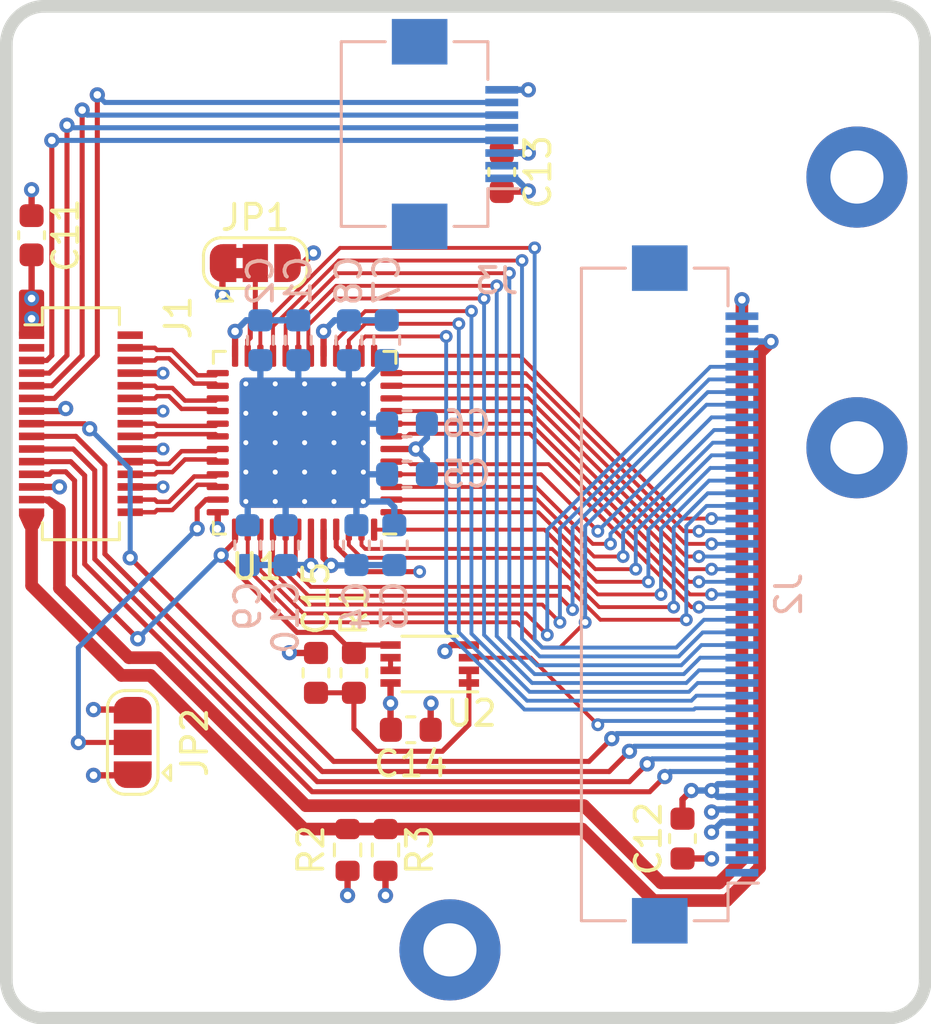
<source format=kicad_pcb>
(kicad_pcb (version 20171130) (host pcbnew "(5.1.9-0-10_14)")
  (layers (0 F.Cu signal) (1 GND power) (2 PWR power) (31 B.Cu signal) (34 B.Paste user) (35 F.Paste user) (36 B.SilkS user hide) (37 F.SilkS user) (38 B.Mask user) (39 F.Mask user) (44 Edge.Cuts user))
  (net 0 "")
  (net 1 GND)
  (net 2 +3V3)
  (net 3 SPI.MISO)
  (net 4 SPI.MOSI)
  (net 5 SPI.SCK)
  (net 6 SPI.CS)
  (net 7 /DISP_R7)
  (net 8 /DISP_R6)
  (net 9 /DISP_R5)
  (net 10 /DISP_R4)
  (net 11 /DISP_R3)
  (net 12 /DISP_R2)
  (net 13 /DISP_R1)
  (net 14 /DISP_R0)
  (net 15 /DISP_G7)
  (net 16 /DISP_G6)
  (net 17 /DISP_G5)
  (net 18 /DISP_G4)
  (net 19 /DISP_G3)
  (net 20 /DISP_G2)
  (net 21 /DISP_G1)
  (net 22 /DISP_G0)
  (net 23 /DISP_B7)
  (net 24 /DISP_B6)
  (net 25 /DISP_B5)
  (net 26 /DISP_B4)
  (net 27 /DISP_B3)
  (net 28 /DISP_B2)
  (net 29 /DISP_B1)
  (net 30 /DISP_B0)
  (net 31 /DISP_DE)
  (net 32 /DISP_PCLK)
  (net 33 /DISP_HSYNC)
  (net 34 /DISP_VSYNC)
  (net 35 LED_K)
  (net 36 LED_A)
  (net 37 "Net-(J1-Pad2)")
  (net 38 "Net-(J2-Pad1)")
  (net 39 "Net-(J2-Pad2)")
  (net 40 "Net-(J2-Pad3)")
  (net 41 "Net-(J2-Pad4)")
  (net 42 "Net-(J2-Pad42)")
  (net 43 "Net-(J2-Pad44)")
  (net 44 ENABLE)
  (net 45 /DISP_RST)
  (net 46 "Net-(JP1-Pad2)")
  (net 47 "Net-(JP2-Pad2)")
  (net 48 /LVDS_A0N)
  (net 49 /LVDS_A0P)
  (net 50 /LVDS_A1N)
  (net 51 /LVDS_A1P)
  (net 52 /LVDS_A2N)
  (net 53 /LVDS_A2P)
  (net 54 /LVDS_CLKN)
  (net 55 /LVDS_CLKP)
  (net 56 /LVDS_A3N)
  (net 57 /LVDS_A3P)
  (net 58 "Net-(C15-Pad1)")
  (net 59 "Net-(J1-Pad3)")
  (net 60 CTP.SCL)
  (net 61 CTP.SDA)
  (net 62 CTP.INT)
  (net 63 CTP.RST)
  (net 64 "Net-(J3-Pad2)")
  (net 65 "Net-(U2-Pad6)")
  (module Connector_FFC-FPC:Hirose_FH12-8S-0.5SH_1x08-1MP_P0.50mm_Horizontal (layer B.Cu) (at 129.6 76.35 90)
    (fp_text reference J3 (at -5.8 1.65 180) (layer B.SilkS) (effects (justify mirror)))
    (fp_text value Touch)
    (pad MP smd rect (at 3.65 -1.4 90) (size 1.8 2.2) (layers B.Cu B.Paste B.Mask))
    (pad MP smd rect (at -3.65 -1.4 90) (size 1.8 2.2) (layers B.Cu B.Paste B.Mask))
    (pad 1 smd rect (at -1.75 1.85 90) (size 0.3 1.3) (layers B.Cu B.Paste B.Mask) (net 1 GND))
    (pad 2 smd rect (at -1.25 1.85 90) (size 0.3 1.3) (layers B.Cu B.Paste B.Mask) (net 64 "Net-(J3-Pad2)"))
    (pad 3 smd rect (at -0.75 1.85 90) (size 0.3 1.3) (layers B.Cu B.Paste B.Mask) (net 2 +3V3))
    (pad 4 smd rect (at -0.25 1.85 90) (size 0.3 1.3) (layers B.Cu B.Paste B.Mask) (net 60 CTP.SCL))
    (pad 5 smd rect (at 0.25 1.85 90) (size 0.3 1.3) (layers B.Cu B.Paste B.Mask) (net 61 CTP.SDA))
    (pad 6 smd rect (at 0.75 1.85 90) (size 0.3 1.3) (layers B.Cu B.Paste B.Mask) (net 62 CTP.INT))
    (pad 7 smd rect (at 1.25 1.85 90) (size 0.3 1.3) (layers B.Cu B.Paste B.Mask) (net 63 CTP.RST))
    (pad 8 smd rect (at 1.75 1.85 90) (size 0.3 1.3) (layers B.Cu B.Paste B.Mask) (net 1 GND))
  )
  (module Connector_FFC-FPC:Hirose_FH12-45S-0.5SH_1x45-1MP_P0.50mm_Horizontal (layer B.Cu) (at 139.1 94.55 90)
    (fp_text reference J2 (at 0 3.7 90) (layer B.SilkS) (effects (justify mirror)))
    (fp_text value Display)
    (pad MP smd rect (at 12.9 -1.4 90) (size 1.8 2.2) (layers B.Cu B.Paste B.Mask))
    (pad MP smd rect (at -12.9 -1.4 90) (size 1.8 2.2) (layers B.Cu B.Paste B.Mask))
    (pad 1 smd rect (at -11 1.85 90) (size 0.3 1.3) (layers B.Cu B.Paste B.Mask) (net 38 "Net-(J2-Pad1)"))
    (pad 2 smd rect (at -10.5 1.85 90) (size 0.3 1.3) (layers B.Cu B.Paste B.Mask) (net 39 "Net-(J2-Pad2)"))
    (pad 3 smd rect (at -10 1.85 90) (size 0.3 1.3) (layers B.Cu B.Paste B.Mask) (net 40 "Net-(J2-Pad3)"))
    (pad 4 smd rect (at -9.5 1.85 90) (size 0.3 1.3) (layers B.Cu B.Paste B.Mask) (net 41 "Net-(J2-Pad4)"))
    (pad 5 smd rect (at -9 1.85 90) (size 0.3 1.3) (layers B.Cu B.Paste B.Mask) (net 1 GND))
    (pad 6 smd rect (at -8.5 1.85 90) (size 0.3 1.3) (layers B.Cu B.Paste B.Mask) (net 1 GND))
    (pad 7 smd rect (at -8 1.85 90) (size 0.3 1.3) (layers B.Cu B.Paste B.Mask) (net 2 +3V3))
    (pad 8 smd rect (at -7.5 1.85 90) (size 0.3 1.3) (layers B.Cu B.Paste B.Mask) (net 2 +3V3))
    (pad 9 smd rect (at -7 1.85 90) (size 0.3 1.3) (layers B.Cu B.Paste B.Mask) (net 3 SPI.MISO))
    (pad 10 smd rect (at -6.5 1.85 90) (size 0.3 1.3) (layers B.Cu B.Paste B.Mask) (net 4 SPI.MOSI))
    (pad 11 smd rect (at -6 1.85 90) (size 0.3 1.3) (layers B.Cu B.Paste B.Mask) (net 5 SPI.SCK))
    (pad 12 smd rect (at -5.5 1.85 90) (size 0.3 1.3) (layers B.Cu B.Paste B.Mask) (net 6 SPI.CS))
    (pad 13 smd rect (at -5 1.85 90) (size 0.3 1.3) (layers B.Cu B.Paste B.Mask) (net 45 /DISP_RST))
    (pad 14 smd rect (at -4.5 1.85 90) (size 0.3 1.3) (layers B.Cu B.Paste B.Mask) (net 7 /DISP_R7))
    (pad 15 smd rect (at -4 1.85 90) (size 0.3 1.3) (layers B.Cu B.Paste B.Mask) (net 8 /DISP_R6))
    (pad 16 smd rect (at -3.5 1.85 90) (size 0.3 1.3) (layers B.Cu B.Paste B.Mask) (net 9 /DISP_R5))
    (pad 17 smd rect (at -3 1.85 90) (size 0.3 1.3) (layers B.Cu B.Paste B.Mask) (net 10 /DISP_R4))
    (pad 18 smd rect (at -2.5 1.85 90) (size 0.3 1.3) (layers B.Cu B.Paste B.Mask) (net 11 /DISP_R3))
    (pad 19 smd rect (at -2 1.85 90) (size 0.3 1.3) (layers B.Cu B.Paste B.Mask) (net 12 /DISP_R2))
    (pad 20 smd rect (at -1.5 1.85 90) (size 0.3 1.3) (layers B.Cu B.Paste B.Mask) (net 13 /DISP_R1))
    (pad 21 smd rect (at -1 1.85 90) (size 0.3 1.3) (layers B.Cu B.Paste B.Mask) (net 14 /DISP_R0))
    (pad 22 smd rect (at -0.5 1.85 90) (size 0.3 1.3) (layers B.Cu B.Paste B.Mask) (net 15 /DISP_G7))
    (pad 23 smd rect (at 0 1.85 90) (size 0.3 1.3) (layers B.Cu B.Paste B.Mask) (net 16 /DISP_G6))
    (pad 24 smd rect (at 0.5 1.85 90) (size 0.3 1.3) (layers B.Cu B.Paste B.Mask) (net 17 /DISP_G5))
    (pad 25 smd rect (at 1 1.85 90) (size 0.3 1.3) (layers B.Cu B.Paste B.Mask) (net 18 /DISP_G4))
    (pad 26 smd rect (at 1.5 1.85 90) (size 0.3 1.3) (layers B.Cu B.Paste B.Mask) (net 19 /DISP_G3))
    (pad 27 smd rect (at 2 1.85 90) (size 0.3 1.3) (layers B.Cu B.Paste B.Mask) (net 20 /DISP_G2))
    (pad 28 smd rect (at 2.5 1.85 90) (size 0.3 1.3) (layers B.Cu B.Paste B.Mask) (net 21 /DISP_G1))
    (pad 29 smd rect (at 3 1.85 90) (size 0.3 1.3) (layers B.Cu B.Paste B.Mask) (net 22 /DISP_G0))
    (pad 30 smd rect (at 3.5 1.85 90) (size 0.3 1.3) (layers B.Cu B.Paste B.Mask) (net 23 /DISP_B7))
    (pad 31 smd rect (at 4 1.85 90) (size 0.3 1.3) (layers B.Cu B.Paste B.Mask) (net 24 /DISP_B6))
    (pad 32 smd rect (at 4.5 1.85 90) (size 0.3 1.3) (layers B.Cu B.Paste B.Mask) (net 25 /DISP_B5))
    (pad 33 smd rect (at 5 1.85 90) (size 0.3 1.3) (layers B.Cu B.Paste B.Mask) (net 26 /DISP_B4))
    (pad 34 smd rect (at 5.5 1.85 90) (size 0.3 1.3) (layers B.Cu B.Paste B.Mask) (net 27 /DISP_B3))
    (pad 35 smd rect (at 6 1.85 90) (size 0.3 1.3) (layers B.Cu B.Paste B.Mask) (net 28 /DISP_B2))
    (pad 36 smd rect (at 6.5 1.85 90) (size 0.3 1.3) (layers B.Cu B.Paste B.Mask) (net 29 /DISP_B1))
    (pad 37 smd rect (at 7 1.85 90) (size 0.3 1.3) (layers B.Cu B.Paste B.Mask) (net 30 /DISP_B0))
    (pad 38 smd rect (at 7.5 1.85 90) (size 0.3 1.3) (layers B.Cu B.Paste B.Mask) (net 31 /DISP_DE))
    (pad 39 smd rect (at 8 1.85 90) (size 0.3 1.3) (layers B.Cu B.Paste B.Mask) (net 32 /DISP_PCLK))
    (pad 40 smd rect (at 8.5 1.85 90) (size 0.3 1.3) (layers B.Cu B.Paste B.Mask) (net 33 /DISP_HSYNC))
    (pad 41 smd rect (at 9 1.85 90) (size 0.3 1.3) (layers B.Cu B.Paste B.Mask) (net 34 /DISP_VSYNC))
    (pad 42 smd rect (at 9.5 1.85 90) (size 0.3 1.3) (layers B.Cu B.Paste B.Mask) (net 42 "Net-(J2-Pad42)"))
    (pad 43 smd rect (at 10 1.85 90) (size 0.3 1.3) (layers B.Cu B.Paste B.Mask) (net 35 LED_K))
    (pad 44 smd rect (at 10.5 1.85 90) (size 0.3 1.3) (layers B.Cu B.Paste B.Mask) (net 43 "Net-(J2-Pad44)"))
    (pad 45 smd rect (at 11 1.85 90) (size 0.3 1.3) (layers B.Cu B.Paste B.Mask) (net 36 LED_A))
  )
  (module Capacitor_SMD:C_0603_1608Metric (layer F.Cu) (at 131.45 77.85 270)
    (fp_text reference C13 (at 0 -1.43 90) (layer F.SilkS))
    (fp_text value 0.1uF)
    (pad 1 smd roundrect (at -0.775 0 270) (size 0.9 0.95) (layers F.Cu F.Paste F.Mask) (net 2 +3V3))
    (pad 2 smd roundrect (at 0.775 0 270) (size 0.9 0.95) (layers F.Cu F.Paste F.Mask) (net 1 GND))
  )
  (module Capacitor_SMD:C_0603_1608Metric (layer F.Cu) (at 127.85 99.9)
    (fp_text reference C14 (at 0 1.35) (layer F.SilkS))
    (fp_text value 0.1uF)
    (pad 1 smd roundrect (at -0.7875 0) (size 0.875 0.95) (layers F.Cu F.Paste F.Mask) (net 2 +3V3))
    (pad 2 smd roundrect (at 0.7875 0) (size 0.875 0.95) (layers F.Cu F.Paste F.Mask) (net 1 GND))
  )
  (module Connector_Molex:Molex_SlimStack_55560-0301_2x15_P0.50mm_Vertical (layer F.Cu) (at 114.8 87.8 90)
    (fp_text reference J1 (at 4.2 3.85 270) (layer F.SilkS))
    (fp_text value Input)
    (pad 1 smd rect (at 3.5 -1.95 90) (size 0.3 1) (layers F.Cu F.Paste F.Mask) (net 2 +3V3))
    (pad 3 smd rect (at 3 -1.95 90) (size 0.3 1) (layers F.Cu F.Paste F.Mask) (net 59 "Net-(J1-Pad3)"))
    (pad 5 smd rect (at 2.5 -1.95 90) (size 0.3 1) (layers F.Cu F.Paste F.Mask) (net 60 CTP.SCL))
    (pad 7 smd rect (at 2 -1.95 90) (size 0.3 1) (layers F.Cu F.Paste F.Mask) (net 61 CTP.SDA))
    (pad 9 smd rect (at 1.5 -1.95 90) (size 0.3 1) (layers F.Cu F.Paste F.Mask) (net 62 CTP.INT))
    (pad 11 smd rect (at 1 -1.95 90) (size 0.3 1) (layers F.Cu F.Paste F.Mask) (net 63 CTP.RST))
    (pad 13 smd rect (at 0.5 -1.95 90) (size 0.3 1) (layers F.Cu F.Paste F.Mask) (net 1 GND))
    (pad 15 smd rect (at 0 -1.95 90) (size 0.3 1) (layers F.Cu F.Paste F.Mask) (net 6 SPI.CS))
    (pad 17 smd rect (at -0.5 -1.95 90) (size 0.3 1) (layers F.Cu F.Paste F.Mask) (net 5 SPI.SCK))
    (pad 19 smd rect (at -1 -1.95 90) (size 0.3 1) (layers F.Cu F.Paste F.Mask) (net 4 SPI.MOSI))
    (pad 21 smd rect (at -1.5 -1.95 90) (size 0.3 1) (layers F.Cu F.Paste F.Mask) (net 3 SPI.MISO))
    (pad 23 smd rect (at -2 -1.95 90) (size 0.3 1) (layers F.Cu F.Paste F.Mask) (net 44 ENABLE))
    (pad 25 smd rect (at -2.5 -1.95 90) (size 0.3 1) (layers F.Cu F.Paste F.Mask) (net 1 GND))
    (pad 27 smd rect (at -3 -1.95 90) (size 0.3 1) (layers F.Cu F.Paste F.Mask) (net 36 LED_A))
    (pad 29 smd rect (at -3.5 -1.95 90) (size 0.3 1) (layers F.Cu F.Paste F.Mask) (net 35 LED_K))
    (pad 2 smd rect (at 3.5 1.95 90) (size 0.3 1) (layers F.Cu F.Paste F.Mask) (net 37 "Net-(J1-Pad2)"))
    (pad 4 smd rect (at 3 1.95 90) (size 0.3 1) (layers F.Cu F.Paste F.Mask) (net 48 /LVDS_A0N))
    (pad 6 smd rect (at 2.5 1.95 90) (size 0.3 1) (layers F.Cu F.Paste F.Mask) (net 49 /LVDS_A0P))
    (pad 8 smd rect (at 2 1.95 90) (size 0.3 1) (layers F.Cu F.Paste F.Mask) (net 1 GND))
    (pad 10 smd rect (at 1.5 1.95 90) (size 0.3 1) (layers F.Cu F.Paste F.Mask) (net 50 /LVDS_A1N))
    (pad 12 smd rect (at 1 1.95 90) (size 0.3 1) (layers F.Cu F.Paste F.Mask) (net 51 /LVDS_A1P))
    (pad 14 smd rect (at 0.5 1.95 90) (size 0.3 1) (layers F.Cu F.Paste F.Mask) (net 1 GND))
    (pad 16 smd rect (at 0 1.95 90) (size 0.3 1) (layers F.Cu F.Paste F.Mask) (net 52 /LVDS_A2N))
    (pad 18 smd rect (at -0.5 1.95 90) (size 0.3 1) (layers F.Cu F.Paste F.Mask) (net 53 /LVDS_A2P))
    (pad 20 smd rect (at -1 1.95 90) (size 0.3 1) (layers F.Cu F.Paste F.Mask) (net 1 GND))
    (pad 22 smd rect (at -1.5 1.95 90) (size 0.3 1) (layers F.Cu F.Paste F.Mask) (net 54 /LVDS_CLKN))
    (pad 24 smd rect (at -2 1.95 90) (size 0.3 1) (layers F.Cu F.Paste F.Mask) (net 55 /LVDS_CLKP))
    (pad 26 smd rect (at -2.5 1.95 90) (size 0.3 1) (layers F.Cu F.Paste F.Mask) (net 1 GND))
    (pad 28 smd rect (at -3 1.95 90) (size 0.3 1) (layers F.Cu F.Paste F.Mask) (net 56 /LVDS_A3N))
    (pad 30 smd rect (at -3.5 1.95 90) (size 0.3 1) (layers F.Cu F.Paste F.Mask) (net 57 /LVDS_A3P))
  )
  (module Capacitor_SMD:C_0603_1608Metric (layer B.Cu) (at 123.4 84.5 270)
    (fp_text reference C1 (at -2.35 0 270) (layer B.SilkS) (effects (justify mirror)))
    (fp_text value 0.1uF)
    (pad 2 smd roundrect (at 0.7875 0 270) (size 0.875 0.95) (layers B.Cu B.Paste B.Mask) (net 1 GND))
    (pad 1 smd roundrect (at -0.7875 0 270) (size 0.875 0.95) (layers B.Cu B.Paste B.Mask) (net 2 +3V3))
  )
  (module Capacitor_SMD:C_0603_1608Metric (layer B.Cu) (at 121.9 84.5 270)
    (fp_text reference C2 (at -2.35 0 270) (layer B.SilkS) (effects (justify mirror)))
    (fp_text value 0.01uF)
    (pad 1 smd roundrect (at -0.7875 0 270) (size 0.875 0.95) (layers B.Cu B.Paste B.Mask) (net 2 +3V3))
    (pad 2 smd roundrect (at 0.7875 0 270) (size 0.875 0.95) (layers B.Cu B.Paste B.Mask) (net 1 GND))
  )
  (module Capacitor_SMD:C_0603_1608Metric (layer B.Cu) (at 127.2 92.6 90)
    (fp_text reference C3 (at -2.4 0 90) (layer B.SilkS) (effects (justify mirror)))
    (fp_text value 0.1uF)
    (pad 2 smd roundrect (at 0.7875 0 90) (size 0.875 0.95) (layers B.Cu B.Paste B.Mask) (net 1 GND))
    (pad 1 smd roundrect (at -0.7875 0 90) (size 0.875 0.95) (layers B.Cu B.Paste B.Mask) (net 2 +3V3))
  )
  (module Capacitor_SMD:C_0603_1608Metric (layer B.Cu) (at 125.7 92.6 90)
    (fp_text reference C4 (at -2.4 0 90) (layer B.SilkS) (effects (justify mirror)))
    (fp_text value 0.01uF)
    (pad 1 smd roundrect (at -0.7875 0 90) (size 0.875 0.95) (layers B.Cu B.Paste B.Mask) (net 2 +3V3))
    (pad 2 smd roundrect (at 0.7875 0 90) (size 0.875 0.95) (layers B.Cu B.Paste B.Mask) (net 1 GND))
  )
  (module Capacitor_SMD:C_0603_1608Metric (layer B.Cu) (at 127.7 89.8 180)
    (fp_text reference C5 (at -2.35 0) (layer B.SilkS) (effects (justify mirror)))
    (fp_text value 0.1uF)
    (pad 2 smd roundrect (at 0.7875 0 180) (size 0.875 0.95) (layers B.Cu B.Paste B.Mask) (net 1 GND))
    (pad 1 smd roundrect (at -0.7875 0 180) (size 0.875 0.95) (layers B.Cu B.Paste B.Mask) (net 2 +3V3))
  )
  (module Capacitor_SMD:C_0603_1608Metric (layer B.Cu) (at 127.7 87.8 180)
    (fp_text reference C6 (at -2.35 0) (layer B.SilkS) (effects (justify mirror)))
    (fp_text value 0.01uF)
    (pad 1 smd roundrect (at -0.7875 0 180) (size 0.875 0.95) (layers B.Cu B.Paste B.Mask) (net 2 +3V3))
    (pad 2 smd roundrect (at 0.7875 0 180) (size 0.875 0.95) (layers B.Cu B.Paste B.Mask) (net 1 GND))
  )
  (module Capacitor_SMD:C_0603_1608Metric (layer B.Cu) (at 126.9 84.5 270)
    (fp_text reference C7 (at -2.4 0 270) (layer B.SilkS) (effects (justify mirror)))
    (fp_text value 0.1uF)
    (pad 2 smd roundrect (at 0.7875 0 270) (size 0.875 0.95) (layers B.Cu B.Paste B.Mask) (net 1 GND))
    (pad 1 smd roundrect (at -0.7875 0 270) (size 0.875 0.95) (layers B.Cu B.Paste B.Mask) (net 2 +3V3))
  )
  (module Capacitor_SMD:C_0603_1608Metric (layer B.Cu) (at 125.4 84.5 270)
    (fp_text reference C8 (at -2.35 0 270) (layer B.SilkS) (effects (justify mirror)))
    (fp_text value 0.01uF)
    (pad 1 smd roundrect (at -0.7875 0 270) (size 0.875 0.95) (layers B.Cu B.Paste B.Mask) (net 2 +3V3))
    (pad 2 smd roundrect (at 0.7875 0 270) (size 0.875 0.95) (layers B.Cu B.Paste B.Mask) (net 1 GND))
  )
  (module Capacitor_SMD:C_0603_1608Metric (layer B.Cu) (at 121.4 92.6 90)
    (fp_text reference C9 (at -2.4 0 90) (layer B.SilkS) (effects (justify mirror)))
    (fp_text value 0.1uF)
    (pad 2 smd roundrect (at 0.7875 0 90) (size 0.875 0.95) (layers B.Cu B.Paste B.Mask) (net 1 GND))
    (pad 1 smd roundrect (at -0.7875 0 90) (size 0.875 0.95) (layers B.Cu B.Paste B.Mask) (net 2 +3V3))
  )
  (module Capacitor_SMD:C_0603_1608Metric (layer B.Cu) (at 122.9 92.6 90)
    (fp_text reference C10 (at -2.85 0 90) (layer B.SilkS) (effects (justify mirror)))
    (fp_text value 0.01uF)
    (pad 1 smd roundrect (at -0.7875 0 90) (size 0.875 0.95) (layers B.Cu B.Paste B.Mask) (net 2 +3V3))
    (pad 2 smd roundrect (at 0.7875 0 90) (size 0.875 0.95) (layers B.Cu B.Paste B.Mask) (net 1 GND))
  )
  (module Package_DFN_QFN:QFN-48-1EP_7x7mm_P0.5mm_EP5.15x5.15mm_ThermalVias (layer F.Cu) (at 123.65 88.55 180)
    (fp_text reference U1 (at 1.9 -4.9 180) (layer F.SilkS))
    (fp_text value SN65LVDS822)
    (pad 49 smd roundrect (at 0 0 180) (size 5.15 5.15) (layers F.Cu F.Mask) (roundrect_rratio 0.048544) (net 1 GND))
    (pad 49 thru_hole circle (at -2.325 -2.325 180) (size 0.5 0.5) (drill 0.2) (layers *.Cu) (net 1 GND))
    (pad 49 thru_hole circle (at -1.1625 -2.325 180) (size 0.5 0.5) (drill 0.2) (layers *.Cu) (net 1 GND))
    (pad 49 thru_hole circle (at 0 -2.325 180) (size 0.5 0.5) (drill 0.2) (layers *.Cu) (net 1 GND))
    (pad 49 thru_hole circle (at 1.1625 -2.325 180) (size 0.5 0.5) (drill 0.2) (layers *.Cu) (net 1 GND))
    (pad 49 thru_hole circle (at 2.325 -2.325 180) (size 0.5 0.5) (drill 0.2) (layers *.Cu) (net 1 GND))
    (pad 49 thru_hole circle (at -2.325 -1.1625 180) (size 0.5 0.5) (drill 0.2) (layers *.Cu) (net 1 GND))
    (pad 49 thru_hole circle (at -1.1625 -1.1625 180) (size 0.5 0.5) (drill 0.2) (layers *.Cu) (net 1 GND))
    (pad 49 thru_hole circle (at 0 -1.1625 180) (size 0.5 0.5) (drill 0.2) (layers *.Cu) (net 1 GND))
    (pad 49 thru_hole circle (at 1.1625 -1.1625 180) (size 0.5 0.5) (drill 0.2) (layers *.Cu) (net 1 GND))
    (pad 49 thru_hole circle (at 2.325 -1.1625 180) (size 0.5 0.5) (drill 0.2) (layers *.Cu) (net 1 GND))
    (pad 49 thru_hole circle (at -2.325 0 180) (size 0.5 0.5) (drill 0.2) (layers *.Cu) (net 1 GND))
    (pad 49 thru_hole circle (at -1.1625 0 180) (size 0.5 0.5) (drill 0.2) (layers *.Cu) (net 1 GND))
    (pad 49 thru_hole circle (at 0 0 180) (size 0.5 0.5) (drill 0.2) (layers *.Cu) (net 1 GND))
    (pad 49 thru_hole circle (at 1.1625 0 180) (size 0.5 0.5) (drill 0.2) (layers *.Cu) (net 1 GND))
    (pad 49 thru_hole circle (at 2.325 0 180) (size 0.5 0.5) (drill 0.2) (layers *.Cu) (net 1 GND))
    (pad 49 thru_hole circle (at -2.325 1.1625 180) (size 0.5 0.5) (drill 0.2) (layers *.Cu) (net 1 GND))
    (pad 49 thru_hole circle (at -1.1625 1.1625 180) (size 0.5 0.5) (drill 0.2) (layers *.Cu) (net 1 GND))
    (pad 49 thru_hole circle (at 0 1.1625 180) (size 0.5 0.5) (drill 0.2) (layers *.Cu) (net 1 GND))
    (pad 49 thru_hole circle (at 1.1625 1.1625 180) (size 0.5 0.5) (drill 0.2) (layers *.Cu) (net 1 GND))
    (pad 49 thru_hole circle (at 2.325 1.1625 180) (size 0.5 0.5) (drill 0.2) (layers *.Cu) (net 1 GND))
    (pad 49 thru_hole circle (at -2.325 2.325 180) (size 0.5 0.5) (drill 0.2) (layers *.Cu) (net 1 GND))
    (pad 49 thru_hole circle (at -1.1625 2.325 180) (size 0.5 0.5) (drill 0.2) (layers *.Cu) (net 1 GND))
    (pad 49 thru_hole circle (at 0 2.325 180) (size 0.5 0.5) (drill 0.2) (layers *.Cu) (net 1 GND))
    (pad 49 thru_hole circle (at 1.1625 2.325 180) (size 0.5 0.5) (drill 0.2) (layers *.Cu) (net 1 GND))
    (pad 49 thru_hole circle (at 2.325 2.325 180) (size 0.5 0.5) (drill 0.2) (layers *.Cu) (net 1 GND))
    (pad 49 smd roundrect (at 0 0 180) (size 5.15 5.15) (layers B.Cu) (roundrect_rratio 0.048544) (net 1 GND))
    (pad 1 smd roundrect (at -3.4375 -2.75 180) (size 0.875 0.25) (layers F.Cu F.Paste F.Mask) (net 27 /DISP_B3))
    (pad 2 smd roundrect (at -3.4375 -2.25 180) (size 0.875 0.25) (layers F.Cu F.Paste F.Mask) (net 28 /DISP_B2))
    (pad 3 smd roundrect (at -3.4375 -1.75 180) (size 0.875 0.25) (layers F.Cu F.Paste F.Mask) (net 29 /DISP_B1))
    (pad 4 smd roundrect (at -3.4375 -1.25 180) (size 0.875 0.25) (layers F.Cu F.Paste F.Mask) (net 30 /DISP_B0))
    (pad 5 smd roundrect (at -3.4375 -0.75 180) (size 0.875 0.25) (layers F.Cu F.Paste F.Mask) (net 15 /DISP_G7))
    (pad 6 smd roundrect (at -3.4375 -0.25 180) (size 0.875 0.25) (layers F.Cu F.Paste F.Mask) (net 2 +3V3))
    (pad 7 smd roundrect (at -3.4375 0.25 180) (size 0.875 0.25) (layers F.Cu F.Paste F.Mask) (net 16 /DISP_G6))
    (pad 8 smd roundrect (at -3.4375 0.75 180) (size 0.875 0.25) (layers F.Cu F.Paste F.Mask) (net 17 /DISP_G5))
    (pad 9 smd roundrect (at -3.4375 1.25 180) (size 0.875 0.25) (layers F.Cu F.Paste F.Mask) (net 18 /DISP_G4))
    (pad 10 smd roundrect (at -3.4375 1.75 180) (size 0.875 0.25) (layers F.Cu F.Paste F.Mask) (net 19 /DISP_G3))
    (pad 11 smd roundrect (at -3.4375 2.25 180) (size 0.875 0.25) (layers F.Cu F.Paste F.Mask) (net 20 /DISP_G2))
    (pad 12 smd roundrect (at -3.4375 2.75 180) (size 0.875 0.25) (layers F.Cu F.Paste F.Mask) (net 21 /DISP_G1))
    (pad 13 smd roundrect (at -2.75 3.4375 180) (size 0.25 0.875) (layers F.Cu F.Paste F.Mask) (net 22 /DISP_G0))
    (pad 14 smd roundrect (at -2.25 3.4375 180) (size 0.25 0.875) (layers F.Cu F.Paste F.Mask) (net 7 /DISP_R7))
    (pad 15 smd roundrect (at -1.75 3.4375 180) (size 0.25 0.875) (layers F.Cu F.Paste F.Mask) (net 8 /DISP_R6))
    (pad 16 smd roundrect (at -1.25 3.4375 180) (size 0.25 0.875) (layers F.Cu F.Paste F.Mask) (net 9 /DISP_R5))
    (pad 17 smd roundrect (at -0.75 3.4375 180) (size 0.25 0.875) (layers F.Cu F.Paste F.Mask) (net 2 +3V3))
    (pad 18 smd roundrect (at -0.25 3.4375 180) (size 0.25 0.875) (layers F.Cu F.Paste F.Mask) (net 10 /DISP_R4))
    (pad 19 smd roundrect (at 0.25 3.4375 180) (size 0.25 0.875) (layers F.Cu F.Paste F.Mask) (net 11 /DISP_R3))
    (pad 20 smd roundrect (at 0.75 3.4375 180) (size 0.25 0.875) (layers F.Cu F.Paste F.Mask) (net 12 /DISP_R2))
    (pad 21 smd roundrect (at 1.25 3.4375 180) (size 0.25 0.875) (layers F.Cu F.Paste F.Mask) (net 13 /DISP_R1))
    (pad 22 smd roundrect (at 1.75 3.4375 180) (size 0.25 0.875) (layers F.Cu F.Paste F.Mask) (net 14 /DISP_R0))
    (pad 23 smd roundrect (at 2.25 3.4375 180) (size 0.25 0.875) (layers F.Cu F.Paste F.Mask) (net 46 "Net-(JP1-Pad2)"))
    (pad 24 smd roundrect (at 2.75 3.4375 180) (size 0.25 0.875) (layers F.Cu F.Paste F.Mask) (net 2 +3V3))
    (pad 25 smd roundrect (at 3.4375 2.75 180) (size 0.875 0.25) (layers F.Cu F.Paste F.Mask) (net 48 /LVDS_A0N))
    (pad 26 smd roundrect (at 3.4375 2.25 180) (size 0.875 0.25) (layers F.Cu F.Paste F.Mask) (net 49 /LVDS_A0P))
    (pad 27 smd roundrect (at 3.4375 1.75 180) (size 0.875 0.25) (layers F.Cu F.Paste F.Mask) (net 50 /LVDS_A1N))
    (pad 28 smd roundrect (at 3.4375 1.25 180) (size 0.875 0.25) (layers F.Cu F.Paste F.Mask) (net 51 /LVDS_A1P))
    (pad 29 smd roundrect (at 3.4375 0.75 180) (size 0.875 0.25) (layers F.Cu F.Paste F.Mask) (net 52 /LVDS_A2N))
    (pad 30 smd roundrect (at 3.4375 0.25 180) (size 0.875 0.25) (layers F.Cu F.Paste F.Mask) (net 53 /LVDS_A2P))
    (pad 31 smd roundrect (at 3.4375 -0.25 180) (size 0.875 0.25) (layers F.Cu F.Paste F.Mask) (net 54 /LVDS_CLKN))
    (pad 32 smd roundrect (at 3.4375 -0.75 180) (size 0.875 0.25) (layers F.Cu F.Paste F.Mask) (net 55 /LVDS_CLKP))
    (pad 33 smd roundrect (at 3.4375 -1.25 180) (size 0.875 0.25) (layers F.Cu F.Paste F.Mask) (net 56 /LVDS_A3N))
    (pad 34 smd roundrect (at 3.4375 -1.75 180) (size 0.875 0.25) (layers F.Cu F.Paste F.Mask) (net 57 /LVDS_A3P))
    (pad 35 smd roundrect (at 3.4375 -2.25 180) (size 0.875 0.25) (layers F.Cu F.Paste F.Mask) (net 47 "Net-(JP2-Pad2)"))
    (pad 36 smd roundrect (at 3.4375 -2.75 180) (size 0.875 0.25) (layers F.Cu F.Paste F.Mask) (net 1 GND))
    (pad 37 smd roundrect (at 2.75 -3.4375 180) (size 0.25 0.875) (layers F.Cu F.Paste F.Mask) (net 44 ENABLE))
    (pad 38 smd roundrect (at 2.25 -3.4375 180) (size 0.25 0.875) (layers F.Cu F.Paste F.Mask) (net 31 /DISP_DE))
    (pad 39 smd roundrect (at 1.75 -3.4375 180) (size 0.25 0.875) (layers F.Cu F.Paste F.Mask) (net 34 /DISP_VSYNC))
    (pad 40 smd roundrect (at 1.25 -3.4375 180) (size 0.25 0.875) (layers F.Cu F.Paste F.Mask) (net 33 /DISP_HSYNC))
    (pad 41 smd roundrect (at 0.75 -3.4375 180) (size 0.25 0.875) (layers F.Cu F.Paste F.Mask) (net 32 /DISP_PCLK))
    (pad 42 smd roundrect (at 0.25 -3.4375 180) (size 0.25 0.875) (layers F.Cu F.Paste F.Mask) (net 23 /DISP_B7))
    (pad 43 smd roundrect (at -0.25 -3.4375 180) (size 0.25 0.875) (layers F.Cu F.Paste F.Mask) (net 2 +3V3))
    (pad 44 smd roundrect (at -0.75 -3.4375 180) (size 0.25 0.875) (layers F.Cu F.Paste F.Mask) (net 2 +3V3))
    (pad 45 smd roundrect (at -1.25 -3.4375 180) (size 0.25 0.875) (layers F.Cu F.Paste F.Mask) (net 1 GND))
    (pad 46 smd roundrect (at -1.75 -3.4375 180) (size 0.25 0.875) (layers F.Cu F.Paste F.Mask) (net 24 /DISP_B6))
    (pad 47 smd roundrect (at -2.25 -3.4375 180) (size 0.25 0.875) (layers F.Cu F.Paste F.Mask) (net 25 /DISP_B5))
    (pad 48 smd roundrect (at -2.75 -3.4375 180) (size 0.25 0.875) (layers F.Cu F.Paste F.Mask) (net 26 /DISP_B4))
  )
  (module Capacitor_SMD:C_0603_1608Metric (layer F.Cu) (at 138.6 104.2 270)
    (fp_text reference C12 (at 0 1.35 270) (layer F.SilkS))
    (fp_text value 0.1uF)
    (pad 2 smd roundrect (at 0.7875 0 270) (size 0.875 0.95) (layers F.Cu F.Paste F.Mask) (net 1 GND))
    (pad 1 smd roundrect (at -0.7875 0 270) (size 0.875 0.95) (layers F.Cu F.Paste F.Mask) (net 2 +3V3))
  )
  (module Capacitor_SMD:C_0603_1608Metric (layer F.Cu) (at 124.1 97.65 90)
    (fp_text reference C15 (at 2.95 0 90) (layer F.SilkS))
    (fp_text value 0.1uF)
    (pad 2 smd roundrect (at 0.7875 0 90) (size 0.875 0.95) (layers F.Cu F.Paste F.Mask) (net 1 GND))
    (pad 1 smd roundrect (at -0.7875 0 90) (size 0.875 0.95) (layers F.Cu F.Paste F.Mask) (net 58 "Net-(C15-Pad1)"))
  )
  (module Resistor_SMD:R_0603_1608Metric (layer F.Cu) (at 125.6 97.65 90)
    (fp_text reference R1 (at 2.45 0 90) (layer F.SilkS))
    (fp_text value 10K)
    (pad 1 smd roundrect (at -0.7875 0 90) (size 0.875 0.95) (layers F.Cu F.Paste F.Mask) (net 58 "Net-(C15-Pad1)"))
    (pad 2 smd roundrect (at 0.7875 0 90) (size 0.875 0.95) (layers F.Cu F.Paste F.Mask) (net 44 ENABLE))
  )
  (module Jumper:SolderJumper-3_P1.3mm_Open_RoundedPad1.0x1.5mm (layer F.Cu) (at 116.85 100.4 90)
    (fp_text reference JP2 (at 0 2.45 90) (layer F.SilkS))
    (fp_text value SLEW)
    (pad 1 smd custom (at -1.3 0 90) (size 1 0.5) (layers F.Cu F.Mask) (net 2 +3V3) (options (clearance outline) (anchor rect)) (primitives (gr_circle (center 0 0.25) (end 0.5 0.25) (width 0)) (gr_circle (center 0 -0.25) (end 0.5 -0.25) (width 0)) (gr_poly (pts (xy 0.55 -0.75) (xy 0 -0.75) (xy 0 0.75) (xy 0.55 0.75)) (width 0))))
    (pad 3 smd custom (at 1.3 0 90) (size 1 0.5) (layers F.Cu F.Mask) (net 1 GND) (options (clearance outline) (anchor rect)) (primitives (gr_circle (center 0 0.25) (end 0.5 0.25) (width 0)) (gr_circle (center 0 -0.25) (end 0.5 -0.25) (width 0)) (gr_poly (pts (xy -0.55 -0.75) (xy 0 -0.75) (xy 0 0.75) (xy -0.55 0.75)) (width 0))))
    (pad 2 smd rect (at 0 0 90) (size 1 1.5) (layers F.Cu F.Mask) (net 47 "Net-(JP2-Pad2)"))
  )
  (module Capacitor_SMD:C_0603_1608Metric (layer F.Cu) (at 112.85 80.35 90)
    (fp_text reference C11 (at 0 1.35 90) (layer F.SilkS))
    (fp_text value 10uF)
    (pad 2 smd roundrect (at 0.775 0 90) (size 0.9 0.95) (layers F.Cu F.Paste F.Mask) (net 1 GND))
    (pad 1 smd roundrect (at -0.775 0 90) (size 0.9 0.95) (layers F.Cu F.Paste F.Mask) (net 2 +3V3))
  )
  (module footprints:Spacer (layer F.Cu) (at 145.5 78.05)
    (fp_text reference J4 hide)
    (fp_text value Spacer)
    (pad 1 thru_hole circle (at 0 0) (size 4 4) (drill 2.1) (layers *.Cu *.Mask) (net 1 GND))
  )
  (module footprints:Spacer (layer F.Cu) (at 145.5 88.75)
    (fp_text reference J5 hide)
    (fp_text value Spacer)
    (pad 1 thru_hole circle (at 0 0) (size 4 4) (drill 2.1) (layers *.Cu *.Mask) (net 1 GND))
  )
  (module Resistor_SMD:R_0603_1608Metric (layer F.Cu) (at 125.35 104.65 270)
    (fp_text reference R2 (at 0 1.45 90) (layer F.SilkS))
    (fp_text value DNP)
    (pad 1 smd roundrect (at -0.825 0 270) (size 0.8 0.95) (layers F.Cu F.Paste F.Mask) (net 35 LED_K))
    (pad 2 smd roundrect (at 0.825 0 270) (size 0.8 0.95) (layers F.Cu F.Paste F.Mask) (net 1 GND))
  )
  (module Resistor_SMD:R_0603_1608Metric (layer F.Cu) (at 126.85 104.65 270)
    (fp_text reference R3 (at 0 -1.35 90) (layer F.SilkS))
    (fp_text value DNP)
    (pad 1 smd roundrect (at -0.825 0 270) (size 0.8 0.95) (layers F.Cu F.Paste F.Mask) (net 35 LED_K))
    (pad 2 smd roundrect (at 0.825 0 270) (size 0.8 0.95) (layers F.Cu F.Paste F.Mask) (net 1 GND))
  )
  (module Package_SO:VSSOP-8_2.3x2mm_P0.5mm (layer F.Cu) (at 128.6 97.3 180)
    (fp_text reference U2 (at -1.65 -1.95) (layer F.SilkS))
    (fp_text value 74AUP2G132DC)
    (pad 1 smd rect (at -1.55 -0.75 90) (size 0.3 0.8) (layers F.Cu F.Paste F.Mask) (net 58 "Net-(C15-Pad1)"))
    (pad 2 smd rect (at -1.55 -0.25 90) (size 0.3 0.8) (layers F.Cu F.Paste F.Mask) (net 58 "Net-(C15-Pad1)"))
    (pad 3 smd rect (at -1.55 0.25 90) (size 0.3 0.8) (layers F.Cu F.Paste F.Mask) (net 45 /DISP_RST))
    (pad 4 smd rect (at -1.55 0.75 90) (size 0.3 0.8) (layers F.Cu F.Paste F.Mask) (net 1 GND))
    (pad 5 smd rect (at 1.55 0.75 90) (size 0.3 0.8) (layers F.Cu F.Paste F.Mask) (net 44 ENABLE))
    (pad 6 smd rect (at 1.55 0.25 90) (size 0.3 0.8) (layers F.Cu F.Paste F.Mask) (net 65 "Net-(U2-Pad6)"))
    (pad 7 smd rect (at 1.55 -0.25 90) (size 0.3 0.8) (layers F.Cu F.Paste F.Mask) (net 65 "Net-(U2-Pad6)"))
    (pad 8 smd rect (at 1.55 -0.75 90) (size 0.3 0.8) (layers F.Cu F.Paste F.Mask) (net 2 +3V3))
  )
  (module footprints:Spacer (layer F.Cu) (at 129.4 108.6)
    (fp_text reference J6 hide)
    (fp_text value Spacer)
    (pad 1 thru_hole circle (at 0 0) (size 4 4) (drill 2.1) (layers *.Cu *.Mask) (net 1 GND))
  )
  (module Jumper:SolderJumper-3_P1.3mm_Bridged2Bar12_RoundedPad1.0x1.5mm (layer F.Cu) (at 121.7 81.45)
    (fp_text reference JP1 (at 0 -1.8) (layer F.SilkS))
    (fp_text value CLK_POL)
    (fp_poly (pts (xy -0.9 -0.6) (xy -0.4 -0.6) (xy -0.4 -0.2) (xy -0.9 -0.2)) (layer F.Cu) (width 0))
    (fp_poly (pts (xy -0.9 0.2) (xy -0.4 0.2) (xy -0.4 0.6) (xy -0.9 0.6)) (layer F.Cu) (width 0))
    (pad 3 smd custom (at 1.3 0) (size 1 0.5) (layers F.Cu F.Mask) (net 1 GND) (options (clearance outline) (anchor rect)) (primitives (gr_circle (center 0 0.25) (end 0.5 0.25) (width 0)) (gr_circle (center 0 -0.25) (end 0.5 -0.25) (width 0)) (gr_poly (pts (xy -0.55 -0.75) (xy 0 -0.75) (xy 0 0.75) (xy -0.55 0.75)) (width 0))))
    (pad 2 smd rect (at 0 0) (size 1 1.5) (layers F.Cu F.Mask) (net 46 "Net-(JP1-Pad2)"))
    (pad 1 smd custom (at -1.3 0) (size 1 0.5) (layers F.Cu F.Mask) (net 2 +3V3) (options (clearance outline) (anchor rect)) (primitives (gr_circle (center 0 0.25) (end 0.5 0.25) (width 0)) (gr_circle (center 0 -0.25) (end 0.5 -0.25) (width 0)) (gr_poly (pts (xy 0.55 -0.75) (xy 0 -0.75) (xy 0 0.75) (xy 0.55 0.75)) (width 0))))
  )
  (gr_arc (start 146.7 72.8) (end 148.2 72.8) (angle -90) (layer Edge.Cuts) (width 0.5))
  (gr_arc (start 146.7 109.8) (end 146.7 111.3) (angle -90) (layer Edge.Cuts) (width 0.5))
  (gr_arc (start 113.35 109.8) (end 111.85 109.8) (angle -90) (layer Edge.Cuts) (width 0.5))
  (gr_arc (start 113.35 72.8) (end 113.35 71.3) (angle -90) (layer Edge.Cuts) (width 0.5))
  (gr_line (start 111.85 109.8) (end 111.85 72.8) (layer Edge.Cuts) (width 0.5))
  (gr_line (start 146.7 111.3) (end 113.35 111.3) (layer Edge.Cuts) (width 0.5))
  (gr_line (start 148.2 72.8) (end 148.2 109.8) (layer Edge.Cuts) (width 0.5))
  (gr_line (start 113.35 71.3) (end 146.7 71.3) (layer Edge.Cuts) (width 0.5))
  (segment (start 121.9 86.8) (end 123.65 88.55) (width 0.25) (layer B.Cu) (net 1))
  (segment (start 121.9 85.2875) (end 121.9 86.8) (width 0.25) (layer B.Cu) (net 1))
  (segment (start 123.4 88.3) (end 123.65 88.55) (width 0.25) (layer B.Cu) (net 1))
  (segment (start 123.4 85.2875) (end 123.4 88.3) (width 0.25) (layer B.Cu) (net 1))
  (segment (start 125.4 86.8) (end 123.65 88.55) (width 0.25) (layer B.Cu) (net 1))
  (segment (start 125.4 85.2875) (end 125.4 86.8) (width 0.25) (layer B.Cu) (net 1))
  (segment (start 126.9 85.3) (end 123.65 88.55) (width 0.25) (layer B.Cu) (net 1))
  (segment (start 126.9 85.2875) (end 126.9 85.3) (width 0.25) (layer B.Cu) (net 1))
  (via (at 115.3 99.1) (size 0.6) (drill 0.3) (layers F.Cu B.Cu) (net 1))
  (segment (start 116.85 99.1) (end 115.3 99.1) (width 0.25) (layer F.Cu) (net 1))
  (via (at 120.2 91.95) (size 0.6) (drill 0.3) (layers F.Cu B.Cu) (net 1))
  (segment (start 120.2125 91.9375) (end 120.2 91.95) (width 0.25) (layer F.Cu) (net 1))
  (segment (start 120.2125 91.3) (end 120.2125 91.9375) (width 0.25) (layer F.Cu) (net 1))
  (via (at 124 81.05) (size 0.6) (drill 0.3) (layers F.Cu B.Cu) (net 1))
  (segment (start 123.6 81.45) (end 124 81.05) (width 0.25) (layer F.Cu) (net 1))
  (segment (start 123 81.45) (end 123.6 81.45) (width 0.25) (layer F.Cu) (net 1))
  (segment (start 124.9 91.9875) (end 124.9 92.65) (width 0.2) (layer F.Cu) (net 1))
  (via (at 128.2 93.65) (size 0.508) (drill 0.254) (layers F.Cu B.Cu) (net 1))
  (segment (start 125.9 93.65) (end 128.2 93.65) (width 0.2) (layer F.Cu) (net 1))
  (segment (start 124.9 92.65) (end 125.9 93.65) (width 0.2) (layer F.Cu) (net 1))
  (segment (start 121.4 90.8) (end 123.65 88.55) (width 0.25) (layer B.Cu) (net 1))
  (segment (start 121.4 91.8125) (end 121.4 90.8) (width 0.25) (layer B.Cu) (net 1))
  (segment (start 122.9 89.3) (end 123.65 88.55) (width 0.25) (layer B.Cu) (net 1))
  (segment (start 122.9 91.8125) (end 122.9 89.3) (width 0.25) (layer B.Cu) (net 1))
  (segment (start 125.7 90.6) (end 123.65 88.55) (width 0.25) (layer B.Cu) (net 1))
  (segment (start 125.7 91.8125) (end 125.7 90.6) (width 0.25) (layer B.Cu) (net 1))
  (segment (start 127.2 91.8125) (end 127.1625 91.8125) (width 0.25) (layer B.Cu) (net 1))
  (segment (start 125.975 90.875) (end 126.975 90.875) (width 0.25) (layer B.Cu) (net 1))
  (segment (start 127.2 91.1) (end 127.2 91.8125) (width 0.25) (layer B.Cu) (net 1))
  (segment (start 126.975 90.875) (end 127.2 91.1) (width 0.25) (layer B.Cu) (net 1))
  (via (at 118.05 88.8) (size 0.508) (drill 0.254) (layers F.Cu B.Cu) (net 1))
  (segment (start 116.75 88.8) (end 118.05 88.8) (width 0.25) (layer F.Cu) (net 1))
  (via (at 118.05 90.3) (size 0.508) (drill 0.254) (layers F.Cu B.Cu) (net 1))
  (segment (start 116.75 90.3) (end 118.05 90.3) (width 0.25) (layer F.Cu) (net 1))
  (via (at 118.05 85.8) (size 0.508) (drill 0.254) (layers F.Cu B.Cu) (net 1))
  (segment (start 116.75 85.8) (end 118.05 85.8) (width 0.25) (layer F.Cu) (net 1))
  (via (at 118.05 87.3) (size 0.508) (drill 0.254) (layers F.Cu B.Cu) (net 1))
  (segment (start 116.75 87.3) (end 118.05 87.3) (width 0.25) (layer F.Cu) (net 1))
  (via (at 132.5 78.6) (size 0.6) (drill 0.3) (layers F.Cu B.Cu) (net 1))
  (segment (start 132.475 78.625) (end 132.5 78.6) (width 0.25) (layer F.Cu) (net 1))
  (segment (start 131.45 78.625) (end 132.475 78.625) (width 0.25) (layer F.Cu) (net 1))
  (segment (start 132.5 78.6) (end 132 78.1) (width 0.25) (layer B.Cu) (net 1))
  (segment (start 140.95 103.55) (end 140.15 103.55) (width 0.25) (layer B.Cu) (net 1))
  (segment (start 139.85 103.05) (end 139.75 103.15) (width 0.25) (layer B.Cu) (net 1))
  (via (at 139.75 103.15) (size 0.6) (drill 0.3) (layers F.Cu B.Cu) (net 1))
  (segment (start 140.95 103.05) (end 139.85 103.05) (width 0.25) (layer B.Cu) (net 1))
  (via (at 139.75 103.95) (size 0.6) (drill 0.3) (layers F.Cu B.Cu) (net 1))
  (segment (start 140.15 103.55) (end 139.75 103.95) (width 0.25) (layer B.Cu) (net 1))
  (via (at 139.75 105) (size 0.6) (drill 0.3) (layers F.Cu B.Cu) (net 1))
  (segment (start 139.7375 104.9875) (end 139.75 105) (width 0.25) (layer F.Cu) (net 1))
  (segment (start 138.6 104.9875) (end 139.7375 104.9875) (width 0.25) (layer F.Cu) (net 1))
  (segment (start 124.4 87.8) (end 123.65 88.55) (width 0.25) (layer B.Cu) (net 1))
  (segment (start 126.9125 87.8) (end 124.4 87.8) (width 0.25) (layer B.Cu) (net 1))
  (segment (start 124.9 89.8) (end 123.65 88.55) (width 0.25) (layer B.Cu) (net 1))
  (segment (start 126.9125 89.8) (end 124.9 89.8) (width 0.25) (layer B.Cu) (net 1))
  (via (at 128.65 98.85) (size 0.6) (drill 0.3) (layers F.Cu B.Cu) (net 1))
  (segment (start 128.6375 98.8625) (end 128.65 98.85) (width 0.25) (layer F.Cu) (net 1))
  (segment (start 128.6375 99.9) (end 128.6375 98.8625) (width 0.25) (layer F.Cu) (net 1))
  (via (at 123.05 96.85) (size 0.6) (drill 0.3) (layers F.Cu B.Cu) (net 1))
  (segment (start 123.0625 96.8625) (end 123.05 96.85) (width 0.25) (layer F.Cu) (net 1))
  (segment (start 124.1 96.8625) (end 123.0625 96.8625) (width 0.25) (layer F.Cu) (net 1))
  (via (at 129.2 96.8) (size 0.6) (drill 0.3) (layers F.Cu B.Cu) (net 1))
  (segment (start 129.45 96.55) (end 129.2 96.8) (width 0.25) (layer F.Cu) (net 1))
  (segment (start 130.15 96.55) (end 129.45 96.55) (width 0.25) (layer F.Cu) (net 1))
  (segment (start 131.45 78.1) (end 132 78.1) (width 0.25) (layer B.Cu) (net 1))
  (via (at 132.5 74.6) (size 0.6) (drill 0.3) (layers F.Cu B.Cu) (net 1))
  (segment (start 131.45 74.6) (end 132.5 74.6) (width 0.25) (layer B.Cu) (net 1))
  (via (at 113.95 90.3) (size 0.6) (drill 0.3) (layers F.Cu B.Cu) (net 1))
  (segment (start 112.85 90.3) (end 113.95 90.3) (width 0.25) (layer F.Cu) (net 1))
  (via (at 114.2 87.2) (size 0.6) (drill 0.3) (layers F.Cu B.Cu) (net 1))
  (segment (start 114.1 87.3) (end 114.2 87.2) (width 0.25) (layer F.Cu) (net 1))
  (segment (start 112.85 87.3) (end 114.1 87.3) (width 0.25) (layer F.Cu) (net 1))
  (via (at 112.85 78.55) (size 0.6) (drill 0.3) (layers F.Cu B.Cu) (net 1))
  (segment (start 112.85 79.575) (end 112.85 78.55) (width 0.25) (layer F.Cu) (net 1))
  (via (at 126.85 106.45) (size 0.6) (drill 0.3) (layers F.Cu B.Cu) (net 1))
  (segment (start 126.85 105.475) (end 126.85 106.45) (width 0.25) (layer F.Cu) (net 1))
  (via (at 125.35 106.45) (size 0.6) (drill 0.3) (layers F.Cu B.Cu) (net 1))
  (segment (start 125.35 105.475) (end 125.35 106.45) (width 0.25) (layer F.Cu) (net 1))
  (via (at 120.4 82.7) (size 0.6) (drill 0.3) (layers F.Cu B.Cu) (net 2))
  (segment (start 120.4 81.45) (end 120.4 82.7) (width 0.25) (layer F.Cu) (net 2))
  (via (at 128.05 88.8) (size 0.6) (drill 0.3) (layers F.Cu B.Cu) (net 2))
  (segment (start 127.0875 88.8) (end 128.05 88.8) (width 0.25) (layer F.Cu) (net 2))
  (via (at 120.9 84.15) (size 0.6) (drill 0.3) (layers F.Cu B.Cu) (net 2))
  (segment (start 120.9 85.1125) (end 120.9 84.15) (width 0.25) (layer F.Cu) (net 2))
  (via (at 124.4 84.15) (size 0.6) (drill 0.3) (layers F.Cu B.Cu) (net 2))
  (segment (start 124.4 85.1125) (end 124.4 84.15) (width 0.25) (layer F.Cu) (net 2))
  (segment (start 124.8375 83.7125) (end 125.4 83.7125) (width 0.25) (layer B.Cu) (net 2))
  (segment (start 124.4 84.15) (end 124.8375 83.7125) (width 0.25) (layer B.Cu) (net 2))
  (segment (start 125.4 83.7125) (end 126.9 83.7125) (width 0.25) (layer B.Cu) (net 2))
  (segment (start 121.3375 83.7125) (end 121.9 83.7125) (width 0.25) (layer B.Cu) (net 2))
  (segment (start 120.9 84.15) (end 121.3375 83.7125) (width 0.25) (layer B.Cu) (net 2))
  (segment (start 121.9 83.7125) (end 123.4 83.7125) (width 0.25) (layer B.Cu) (net 2))
  (via (at 115.3 101.7) (size 0.6) (drill 0.3) (layers F.Cu B.Cu) (net 2))
  (segment (start 116.85 101.7) (end 115.3 101.7) (width 0.25) (layer F.Cu) (net 2))
  (via (at 124.7 93.4) (size 0.6) (drill 0.3) (layers F.Cu B.Cu) (net 2))
  (segment (start 124.4 93.1) (end 124.7 93.4) (width 0.25) (layer F.Cu) (net 2))
  (segment (start 124.4 91.9875) (end 124.4 93.1) (width 0.25) (layer F.Cu) (net 2))
  (via (at 123.9 93.4) (size 0.6) (drill 0.3) (layers F.Cu B.Cu) (net 2))
  (segment (start 123.9 91.9875) (end 123.9 93.4) (width 0.25) (layer F.Cu) (net 2))
  (segment (start 125.7 93.3875) (end 127.2 93.3875) (width 0.25) (layer B.Cu) (net 2))
  (segment (start 121.4 93.3875) (end 122.9 93.3875) (width 0.25) (layer B.Cu) (net 2))
  (segment (start 123.8875 93.3875) (end 123.9 93.4) (width 0.25) (layer B.Cu) (net 2))
  (segment (start 122.9 93.3875) (end 123.8875 93.3875) (width 0.25) (layer B.Cu) (net 2))
  (segment (start 125.6875 93.4) (end 125.7 93.3875) (width 0.25) (layer B.Cu) (net 2))
  (segment (start 124.7 93.4) (end 125.6875 93.4) (width 0.25) (layer B.Cu) (net 2))
  (via (at 112.85 83.65) (size 0.6) (drill 0.3) (layers F.Cu B.Cu) (net 2))
  (segment (start 112.85 84.3) (end 112.85 83.65) (width 0.25) (layer F.Cu) (net 2))
  (via (at 112.85 82.85) (size 0.6) (drill 0.3) (layers F.Cu B.Cu) (net 2))
  (segment (start 112.85 82.85) (end 112.85 83.65) (width 0.25) (layer F.Cu) (net 2))
  (via (at 139.75 102.3) (size 0.6) (drill 0.3) (layers F.Cu B.Cu) (net 2))
  (segment (start 140 102.05) (end 139.75 102.3) (width 0.25) (layer B.Cu) (net 2))
  (segment (start 140.95 102.05) (end 140 102.05) (width 0.25) (layer B.Cu) (net 2))
  (segment (start 140 102.55) (end 139.75 102.3) (width 0.25) (layer B.Cu) (net 2))
  (segment (start 140.95 102.55) (end 140 102.55) (width 0.25) (layer B.Cu) (net 2))
  (via (at 138.95 102.3) (size 0.6) (drill 0.3) (layers F.Cu B.Cu) (net 2))
  (segment (start 139.75 102.3) (end 138.95 102.3) (width 0.25) (layer B.Cu) (net 2))
  (segment (start 138.6 102.65) (end 138.6 103.4125) (width 0.25) (layer F.Cu) (net 2))
  (segment (start 138.95 102.3) (end 138.6 102.65) (width 0.25) (layer F.Cu) (net 2))
  (segment (start 128.4875 88.3625) (end 128.05 88.8) (width 0.25) (layer B.Cu) (net 2))
  (segment (start 128.4875 87.8) (end 128.4875 88.3625) (width 0.25) (layer B.Cu) (net 2))
  (segment (start 128.4875 89.2375) (end 128.05 88.8) (width 0.25) (layer B.Cu) (net 2))
  (segment (start 128.4875 89.8) (end 128.4875 89.2375) (width 0.25) (layer B.Cu) (net 2))
  (via (at 127.05 98.85) (size 0.6) (drill 0.3) (layers F.Cu B.Cu) (net 2))
  (segment (start 127.05 98.05) (end 127.05 98.85) (width 0.25) (layer F.Cu) (net 2))
  (segment (start 127.05 99.8875) (end 127.0625 99.9) (width 0.25) (layer F.Cu) (net 2))
  (segment (start 127.05 98.85) (end 127.05 99.8875) (width 0.25) (layer F.Cu) (net 2))
  (via (at 132.5 77.1) (size 0.6) (drill 0.3) (layers F.Cu B.Cu) (net 2))
  (segment (start 131.45 77.1) (end 132.5 77.1) (width 0.25) (layer B.Cu) (net 2))
  (segment (start 132.475 77.075) (end 131.45 77.075) (width 0.25) (layer F.Cu) (net 2))
  (segment (start 132.5 77.1) (end 132.475 77.075) (width 0.25) (layer F.Cu) (net 2))
  (segment (start 112.85 81.125) (end 112.85 82.85) (width 0.25) (layer F.Cu) (net 2))
  (via (at 137.9 101.75) (size 0.6) (drill 0.3) (layers F.Cu B.Cu) (net 3))
  (segment (start 138.1 101.55) (end 137.9 101.75) (width 0.2) (layer B.Cu) (net 3))
  (segment (start 140.95 101.55) (end 138.1 101.55) (width 0.2) (layer B.Cu) (net 3))
  (segment (start 112.85 89.3) (end 114.4 89.3) (width 0.2) (layer F.Cu) (net 3))
  (segment (start 114.4 89.3) (end 114.95 89.85) (width 0.2) (layer F.Cu) (net 3))
  (segment (start 114.95 89.85) (end 114.95 93.35) (width 0.2) (layer F.Cu) (net 3))
  (segment (start 114.95 93.35) (end 123.95 102.35) (width 0.2) (layer F.Cu) (net 3))
  (segment (start 137.3 102.35) (end 137.9 101.75) (width 0.2) (layer F.Cu) (net 3))
  (segment (start 123.95 102.35) (end 137.3 102.35) (width 0.2) (layer F.Cu) (net 3))
  (via (at 137.2 101.25) (size 0.6) (drill 0.3) (layers F.Cu B.Cu) (net 4))
  (segment (start 137.4 101.05) (end 137.2 101.25) (width 0.2) (layer B.Cu) (net 4))
  (segment (start 140.95 101.05) (end 137.4 101.05) (width 0.2) (layer B.Cu) (net 4))
  (segment (start 112.85 88.8) (end 114.5 88.8) (width 0.2) (layer F.Cu) (net 4))
  (segment (start 114.5 88.8) (end 115.35 89.65) (width 0.2) (layer F.Cu) (net 4))
  (segment (start 115.35 89.65) (end 115.35 93.15) (width 0.2) (layer F.Cu) (net 4))
  (segment (start 115.35 93.15) (end 124.15 101.95) (width 0.2) (layer F.Cu) (net 4))
  (segment (start 136.5 101.95) (end 137.2 101.25) (width 0.2) (layer F.Cu) (net 4))
  (segment (start 124.15 101.95) (end 136.5 101.95) (width 0.2) (layer F.Cu) (net 4))
  (via (at 136.5 100.75) (size 0.6) (drill 0.3) (layers F.Cu B.Cu) (net 5))
  (segment (start 136.7 100.55) (end 136.5 100.75) (width 0.2) (layer B.Cu) (net 5))
  (segment (start 140.95 100.55) (end 136.7 100.55) (width 0.2) (layer B.Cu) (net 5))
  (segment (start 112.85 88.3) (end 114.6 88.3) (width 0.2) (layer F.Cu) (net 5))
  (segment (start 114.6 88.3) (end 115.75 89.45) (width 0.2) (layer F.Cu) (net 5))
  (segment (start 115.75 89.45) (end 115.75 92.95) (width 0.2) (layer F.Cu) (net 5))
  (segment (start 115.75 92.95) (end 124.35 101.55) (width 0.2) (layer F.Cu) (net 5))
  (segment (start 135.7 101.55) (end 136.5 100.75) (width 0.2) (layer F.Cu) (net 5))
  (segment (start 124.35 101.55) (end 135.7 101.55) (width 0.2) (layer F.Cu) (net 5))
  (via (at 135.8 100.25) (size 0.6) (drill 0.3) (layers F.Cu B.Cu) (net 6))
  (segment (start 136 100.05) (end 135.8 100.25) (width 0.2) (layer B.Cu) (net 6))
  (segment (start 140.95 100.05) (end 136 100.05) (width 0.2) (layer B.Cu) (net 6))
  (via (at 115.15 88) (size 0.6) (drill 0.3) (layers F.Cu B.Cu) (net 6))
  (segment (start 114.95 87.8) (end 115.15 88) (width 0.2) (layer F.Cu) (net 6))
  (segment (start 112.85 87.8) (end 114.95 87.8) (width 0.2) (layer F.Cu) (net 6))
  (via (at 116.75 93.1) (size 0.6) (drill 0.3) (layers F.Cu B.Cu) (net 6))
  (segment (start 116.75 89.6) (end 116.75 93.1) (width 0.2) (layer B.Cu) (net 6))
  (segment (start 115.15 88) (end 116.75 89.6) (width 0.2) (layer B.Cu) (net 6))
  (segment (start 116.75 93.1) (end 124.8 101.15) (width 0.2) (layer F.Cu) (net 6))
  (segment (start 134.9 101.15) (end 135.8 100.25) (width 0.2) (layer F.Cu) (net 6))
  (segment (start 124.8 101.15) (end 134.9 101.15) (width 0.2) (layer F.Cu) (net 6))
  (segment (start 125.9 85.1125) (end 125.9 84.5) (width 0.1524) (layer F.Cu) (net 7))
  (segment (start 125.9 84.5) (end 126.05 84.35) (width 0.1524) (layer F.Cu) (net 7))
  (segment (start 140.95 99.05) (end 139.1 99.05) (width 0.1524) (layer B.Cu) (net 7))
  (via (at 129.25 84.35) (size 0.508) (drill 0.254) (layers F.Cu B.Cu) (net 7))
  (segment (start 139.1 99.05) (end 139.05 99.1) (width 0.1524) (layer B.Cu) (net 7))
  (segment (start 139.05 99.1) (end 132.35 99.1) (width 0.1524) (layer B.Cu) (net 7))
  (segment (start 132.35 99.1) (end 129.25 96) (width 0.1524) (layer B.Cu) (net 7))
  (segment (start 129.25 96) (end 129.25 84.35) (width 0.1524) (layer B.Cu) (net 7))
  (segment (start 126.05 84.35) (end 129.25 84.35) (width 0.1524) (layer F.Cu) (net 7))
  (segment (start 125.4 85.1125) (end 125.4 84.5) (width 0.1524) (layer F.Cu) (net 8))
  (segment (start 140.95 98.55) (end 139.15 98.55) (width 0.1524) (layer B.Cu) (net 8))
  (via (at 129.75 83.85) (size 0.508) (drill 0.254) (layers F.Cu B.Cu) (net 8))
  (segment (start 139.15 98.55) (end 138.95 98.75) (width 0.1524) (layer B.Cu) (net 8))
  (segment (start 138.95 98.75) (end 132.45 98.75) (width 0.1524) (layer B.Cu) (net 8))
  (segment (start 132.45 98.75) (end 129.75 96.05) (width 0.1524) (layer B.Cu) (net 8))
  (segment (start 129.75 96.05) (end 129.75 83.85) (width 0.1524) (layer B.Cu) (net 8))
  (segment (start 126.05 83.85) (end 129.75 83.85) (width 0.1524) (layer F.Cu) (net 8))
  (segment (start 125.4 84.5) (end 126.05 83.85) (width 0.1524) (layer F.Cu) (net 8))
  (segment (start 124.9 85.1125) (end 124.9 84.5) (width 0.1524) (layer F.Cu) (net 9))
  (segment (start 140.95 98.05) (end 139.2 98.05) (width 0.1524) (layer B.Cu) (net 9))
  (via (at 130.25 83.35) (size 0.508) (drill 0.254) (layers F.Cu B.Cu) (net 9))
  (segment (start 139.2 98.05) (end 138.85 98.4) (width 0.1524) (layer B.Cu) (net 9))
  (segment (start 138.85 98.4) (end 132.55 98.4) (width 0.1524) (layer B.Cu) (net 9))
  (segment (start 132.55 98.4) (end 130.25 96.1) (width 0.1524) (layer B.Cu) (net 9))
  (segment (start 130.25 96.1) (end 130.25 83.35) (width 0.1524) (layer B.Cu) (net 9))
  (segment (start 126.05 83.35) (end 130.25 83.35) (width 0.1524) (layer F.Cu) (net 9))
  (segment (start 124.9 84.5) (end 126.05 83.35) (width 0.1524) (layer F.Cu) (net 9))
  (segment (start 123.9 85.1125) (end 123.8 85.0125) (width 0.1524) (layer F.Cu) (net 10))
  (segment (start 123.8 85.0125) (end 123.8 83.9) (width 0.1524) (layer F.Cu) (net 10))
  (segment (start 140.95 97.55) (end 139.25 97.55) (width 0.1524) (layer B.Cu) (net 10))
  (via (at 130.75 82.85) (size 0.508) (drill 0.254) (layers F.Cu B.Cu) (net 10))
  (segment (start 139.25 97.55) (end 138.75 98.05) (width 0.1524) (layer B.Cu) (net 10))
  (segment (start 138.75 98.05) (end 132.65 98.05) (width 0.1524) (layer B.Cu) (net 10))
  (segment (start 132.65 98.05) (end 130.75 96.15) (width 0.1524) (layer B.Cu) (net 10))
  (segment (start 130.75 96.15) (end 130.75 82.85) (width 0.1524) (layer B.Cu) (net 10))
  (segment (start 124.85 82.85) (end 130.75 82.85) (width 0.1524) (layer F.Cu) (net 10))
  (segment (start 123.8 83.9) (end 124.85 82.85) (width 0.1524) (layer F.Cu) (net 10))
  (segment (start 123.4 85.1125) (end 123.4 83.85) (width 0.1524) (layer F.Cu) (net 11))
  (segment (start 140.95 97.05) (end 139.3 97.05) (width 0.1524) (layer B.Cu) (net 11))
  (via (at 131.25 82.35) (size 0.508) (drill 0.254) (layers F.Cu B.Cu) (net 11))
  (segment (start 139.3 97.05) (end 138.65 97.7) (width 0.1524) (layer B.Cu) (net 11))
  (segment (start 138.65 97.7) (end 132.75 97.7) (width 0.1524) (layer B.Cu) (net 11))
  (segment (start 132.75 97.7) (end 131.25 96.2) (width 0.1524) (layer B.Cu) (net 11))
  (segment (start 131.25 96.2) (end 131.25 82.35) (width 0.1524) (layer B.Cu) (net 11))
  (segment (start 124.9 82.35) (end 131.25 82.35) (width 0.1524) (layer F.Cu) (net 11))
  (segment (start 123.4 83.85) (end 124.9 82.35) (width 0.1524) (layer F.Cu) (net 11))
  (segment (start 122.9 85.1125) (end 122.9 83.9) (width 0.1524) (layer F.Cu) (net 12))
  (segment (start 140.95 96.55) (end 139.35 96.55) (width 0.1524) (layer B.Cu) (net 12))
  (via (at 131.75 81.85) (size 0.508) (drill 0.254) (layers F.Cu B.Cu) (net 12))
  (segment (start 139.35 96.55) (end 138.55 97.35) (width 0.1524) (layer B.Cu) (net 12))
  (segment (start 138.55 97.35) (end 132.85 97.35) (width 0.1524) (layer B.Cu) (net 12))
  (segment (start 132.85 97.35) (end 131.75 96.25) (width 0.1524) (layer B.Cu) (net 12))
  (segment (start 131.75 96.25) (end 131.75 81.9) (width 0.1524) (layer B.Cu) (net 12))
  (segment (start 124.95 81.85) (end 131.75 81.85) (width 0.1524) (layer F.Cu) (net 12))
  (segment (start 122.9 83.9) (end 124.95 81.85) (width 0.1524) (layer F.Cu) (net 12))
  (segment (start 122.4 85.1125) (end 122.4 83.95) (width 0.1524) (layer F.Cu) (net 13))
  (segment (start 140.95 96.05) (end 139.4 96.05) (width 0.1524) (layer B.Cu) (net 13))
  (via (at 132.25 81.35) (size 0.508) (drill 0.254) (layers F.Cu B.Cu) (net 13))
  (segment (start 139.4 96.05) (end 138.45 97) (width 0.1524) (layer B.Cu) (net 13))
  (segment (start 138.45 97) (end 132.95 97) (width 0.1524) (layer B.Cu) (net 13))
  (segment (start 132.95 97) (end 132.25 96.3) (width 0.1524) (layer B.Cu) (net 13))
  (segment (start 132.25 81.4) (end 132.25 96.3) (width 0.1524) (layer B.Cu) (net 13))
  (segment (start 125 81.35) (end 132.25 81.35) (width 0.1524) (layer F.Cu) (net 13))
  (segment (start 122.4 83.95) (end 125 81.35) (width 0.1524) (layer F.Cu) (net 13))
  (segment (start 121.9 85.1125) (end 121.9 84) (width 0.1524) (layer F.Cu) (net 14))
  (segment (start 140.95 95.55) (end 139.45 95.55) (width 0.1524) (layer B.Cu) (net 14))
  (via (at 132.75 80.85) (size 0.508) (drill 0.254) (layers F.Cu B.Cu) (net 14))
  (segment (start 139.45 95.55) (end 138.35 96.65) (width 0.1524) (layer B.Cu) (net 14))
  (segment (start 138.35 96.65) (end 133.05 96.65) (width 0.1524) (layer B.Cu) (net 14))
  (segment (start 133.05 96.65) (end 132.75 96.35) (width 0.1524) (layer B.Cu) (net 14))
  (segment (start 132.75 80.9) (end 132.75 96.35) (width 0.1524) (layer B.Cu) (net 14))
  (segment (start 125.05 80.85) (end 132.75 80.85) (width 0.1524) (layer F.Cu) (net 14))
  (segment (start 121.9 84) (end 125.05 80.85) (width 0.1524) (layer F.Cu) (net 14))
  (via (at 139.25 95.05) (size 0.508) (drill 0.254) (layers F.Cu B.Cu) (net 15))
  (segment (start 139.25 95.05) (end 140.95 95.05) (width 0.1524) (layer B.Cu) (net 15))
  (segment (start 127.75 89.3) (end 127.0875 89.3) (width 0.1524) (layer F.Cu) (net 15))
  (segment (start 127.85 89.4) (end 127.75 89.3) (width 0.1524) (layer F.Cu) (net 15))
  (segment (start 139.25 95.05) (end 138.95 95.05) (width 0.1524) (layer F.Cu) (net 15))
  (segment (start 133.3 89.4) (end 127.85 89.4) (width 0.1524) (layer F.Cu) (net 15))
  (segment (start 138.95 95.05) (end 133.3 89.4) (width 0.1524) (layer F.Cu) (net 15))
  (via (at 139.75 94.55) (size 0.508) (drill 0.254) (layers F.Cu B.Cu) (net 16))
  (segment (start 139.75 94.55) (end 140.95 94.55) (width 0.1524) (layer B.Cu) (net 16))
  (segment (start 127.7 88.3) (end 127.0875 88.3) (width 0.1524) (layer F.Cu) (net 16))
  (segment (start 127.8 88.2) (end 127.7 88.3) (width 0.1524) (layer F.Cu) (net 16))
  (segment (start 139.75 94.55) (end 138.9 94.55) (width 0.1524) (layer F.Cu) (net 16))
  (segment (start 132.55 88.2) (end 127.8 88.2) (width 0.1524) (layer F.Cu) (net 16))
  (segment (start 138.9 94.55) (end 132.55 88.2) (width 0.1524) (layer F.Cu) (net 16))
  (via (at 139.25 94.05) (size 0.508) (drill 0.254) (layers F.Cu B.Cu) (net 17))
  (segment (start 140.95 94.05) (end 139.25 94.05) (width 0.1524) (layer B.Cu) (net 17))
  (segment (start 139.25 94.05) (end 139.1 94.05) (width 0.1524) (layer F.Cu) (net 17))
  (segment (start 139.25 94.05) (end 138.85 94.05) (width 0.1524) (layer F.Cu) (net 17))
  (segment (start 132.6 87.8) (end 127.0875 87.8) (width 0.1524) (layer F.Cu) (net 17))
  (segment (start 138.85 94.05) (end 132.6 87.8) (width 0.1524) (layer F.Cu) (net 17))
  (via (at 139.75 93.55) (size 0.508) (drill 0.254) (layers F.Cu B.Cu) (net 18))
  (segment (start 140.95 93.55) (end 139.75 93.55) (width 0.1524) (layer B.Cu) (net 18))
  (segment (start 139.75 93.55) (end 138.8 93.55) (width 0.1524) (layer F.Cu) (net 18))
  (segment (start 132.55 87.3) (end 127.0875 87.3) (width 0.1524) (layer F.Cu) (net 18))
  (segment (start 138.8 93.55) (end 132.55 87.3) (width 0.1524) (layer F.Cu) (net 18))
  (via (at 139.25 93.05) (size 0.508) (drill 0.254) (layers F.Cu B.Cu) (net 19))
  (segment (start 140.95 93.05) (end 139.25 93.05) (width 0.1524) (layer B.Cu) (net 19))
  (segment (start 139.25 93.05) (end 139.1 93.05) (width 0.1524) (layer F.Cu) (net 19))
  (segment (start 139.25 93.05) (end 138.75 93.05) (width 0.1524) (layer F.Cu) (net 19))
  (segment (start 132.5 86.8) (end 127.0875 86.8) (width 0.1524) (layer F.Cu) (net 19))
  (segment (start 138.75 93.05) (end 132.5 86.8) (width 0.1524) (layer F.Cu) (net 19))
  (via (at 139.75 92.55) (size 0.508) (drill 0.254) (layers F.Cu B.Cu) (net 20))
  (segment (start 140.95 92.55) (end 139.75 92.55) (width 0.1524) (layer B.Cu) (net 20))
  (segment (start 139.75 92.55) (end 138.7 92.55) (width 0.1524) (layer F.Cu) (net 20))
  (segment (start 132.45 86.3) (end 127.0875 86.3) (width 0.1524) (layer F.Cu) (net 20))
  (segment (start 138.7 92.55) (end 132.45 86.3) (width 0.1524) (layer F.Cu) (net 20))
  (via (at 139.25 92.05) (size 0.508) (drill 0.254) (layers F.Cu B.Cu) (net 21))
  (segment (start 140.95 92.05) (end 139.25 92.05) (width 0.1524) (layer B.Cu) (net 21))
  (segment (start 139.25 92.05) (end 138.65 92.05) (width 0.1524) (layer F.Cu) (net 21))
  (segment (start 132.4 85.8) (end 127.0875 85.8) (width 0.1524) (layer F.Cu) (net 21))
  (segment (start 138.65 92.05) (end 132.4 85.8) (width 0.1524) (layer F.Cu) (net 21))
  (via (at 139.75 91.55) (size 0.508) (drill 0.254) (layers F.Cu B.Cu) (net 22))
  (segment (start 140.95 91.55) (end 139.75 91.55) (width 0.1524) (layer B.Cu) (net 22))
  (segment (start 139.75 91.55) (end 138.6 91.55) (width 0.1524) (layer F.Cu) (net 22))
  (segment (start 132.1625 85.1125) (end 126.4 85.1125) (width 0.1524) (layer F.Cu) (net 22))
  (segment (start 138.6 91.55) (end 132.1625 85.1125) (width 0.1524) (layer F.Cu) (net 22))
  (segment (start 123.9 94.25) (end 123.3 93.65) (width 0.1524) (layer F.Cu) (net 23))
  (segment (start 123.3 92.0875) (end 123.4 91.9875) (width 0.1524) (layer F.Cu) (net 23))
  (segment (start 123.3 93.65) (end 123.3 92.0875) (width 0.1524) (layer F.Cu) (net 23))
  (segment (start 139.55 91.05) (end 140.95 91.05) (width 0.1524) (layer B.Cu) (net 23))
  (via (at 138.75 95.55) (size 0.508) (drill 0.254) (layers F.Cu B.Cu) (net 23))
  (segment (start 138.75 91.85) (end 139.55 91.05) (width 0.1524) (layer B.Cu) (net 23))
  (segment (start 138.75 95.55) (end 138.75 91.85) (width 0.1524) (layer B.Cu) (net 23))
  (segment (start 138.75 95.55) (end 135.35 95.55) (width 0.1524) (layer F.Cu) (net 23))
  (segment (start 134.05 94.25) (end 123.9 94.25) (width 0.1524) (layer F.Cu) (net 23))
  (segment (start 135.35 95.55) (end 134.05 94.25) (width 0.1524) (layer F.Cu) (net 23))
  (segment (start 125.4 91.9875) (end 125.4 92.6) (width 0.1524) (layer F.Cu) (net 24))
  (segment (start 125.4 92.6) (end 125.9 93.1) (width 0.1524) (layer F.Cu) (net 24))
  (via (at 138.25 95.05) (size 0.508) (drill 0.254) (layers F.Cu B.Cu) (net 24))
  (segment (start 138.25 95.05) (end 138.25 91.9) (width 0.1524) (layer B.Cu) (net 24))
  (segment (start 139.6 90.55) (end 140.95 90.55) (width 0.1524) (layer B.Cu) (net 24))
  (segment (start 138.25 91.9) (end 139.6 90.55) (width 0.1524) (layer B.Cu) (net 24))
  (segment (start 138.25 95.05) (end 135.3 95.05) (width 0.1524) (layer F.Cu) (net 24))
  (segment (start 133.35 93.1) (end 125.9 93.1) (width 0.1524) (layer F.Cu) (net 24))
  (segment (start 135.3 95.05) (end 133.35 93.1) (width 0.1524) (layer F.Cu) (net 24))
  (via (at 137.75 94.55) (size 0.508) (drill 0.254) (layers F.Cu B.Cu) (net 25))
  (segment (start 137.75 94.55) (end 137.75 91.95) (width 0.1524) (layer B.Cu) (net 25))
  (segment (start 139.65 90.05) (end 140.95 90.05) (width 0.1524) (layer B.Cu) (net 25))
  (segment (start 137.75 91.95) (end 139.65 90.05) (width 0.1524) (layer B.Cu) (net 25))
  (segment (start 125.9 91.9875) (end 125.9 92.6) (width 0.1524) (layer F.Cu) (net 25))
  (segment (start 125.9 92.6) (end 126.05 92.75) (width 0.1524) (layer F.Cu) (net 25))
  (segment (start 137.75 94.55) (end 135.25 94.55) (width 0.1524) (layer F.Cu) (net 25))
  (segment (start 133.45 92.75) (end 126.05 92.75) (width 0.1524) (layer F.Cu) (net 25))
  (segment (start 135.25 94.55) (end 133.45 92.75) (width 0.1524) (layer F.Cu) (net 25))
  (segment (start 139.7 89.55) (end 140.95 89.55) (width 0.1524) (layer B.Cu) (net 26))
  (via (at 137.25 94.05) (size 0.508) (drill 0.254) (layers F.Cu B.Cu) (net 26))
  (segment (start 137.25 94.05) (end 137.25 92) (width 0.1524) (layer B.Cu) (net 26))
  (segment (start 137.25 92) (end 139.7 89.55) (width 0.1524) (layer B.Cu) (net 26))
  (segment (start 137.25 94.05) (end 135.2 94.05) (width 0.1524) (layer F.Cu) (net 26))
  (segment (start 133.1375 91.9875) (end 126.4 91.9875) (width 0.1524) (layer F.Cu) (net 26))
  (segment (start 135.2 94.05) (end 133.1375 91.9875) (width 0.1524) (layer F.Cu) (net 26))
  (via (at 136.75 93.55) (size 0.508) (drill 0.254) (layers F.Cu B.Cu) (net 27))
  (segment (start 136.75 93.55) (end 136.75 92.05) (width 0.1524) (layer B.Cu) (net 27))
  (segment (start 139.75 89.05) (end 140.95 89.05) (width 0.1524) (layer B.Cu) (net 27))
  (segment (start 136.75 92.05) (end 139.75 89.05) (width 0.1524) (layer B.Cu) (net 27))
  (segment (start 136.75 93.55) (end 135.15 93.55) (width 0.1524) (layer F.Cu) (net 27))
  (segment (start 132.9 91.3) (end 127.0875 91.3) (width 0.1524) (layer F.Cu) (net 27))
  (segment (start 135.15 93.55) (end 132.9 91.3) (width 0.1524) (layer F.Cu) (net 27))
  (via (at 136.25 93.05) (size 0.508) (drill 0.254) (layers F.Cu B.Cu) (net 28))
  (segment (start 136.25 93.05) (end 136.25 92.1) (width 0.1524) (layer B.Cu) (net 28))
  (segment (start 139.8 88.55) (end 140.95 88.55) (width 0.1524) (layer B.Cu) (net 28))
  (segment (start 136.25 92.1) (end 139.8 88.55) (width 0.1524) (layer B.Cu) (net 28))
  (segment (start 136.25 93.05) (end 135.1 93.05) (width 0.1524) (layer F.Cu) (net 28))
  (segment (start 132.85 90.8) (end 127.0875 90.8) (width 0.1524) (layer F.Cu) (net 28))
  (segment (start 135.1 93.05) (end 132.85 90.8) (width 0.1524) (layer F.Cu) (net 28))
  (via (at 135.75 92.55) (size 0.508) (drill 0.254) (layers F.Cu B.Cu) (net 29))
  (segment (start 135.75 92.55) (end 135.75 92.15) (width 0.1524) (layer B.Cu) (net 29))
  (segment (start 139.85 88.05) (end 140.95 88.05) (width 0.1524) (layer B.Cu) (net 29))
  (segment (start 135.75 92.15) (end 139.85 88.05) (width 0.1524) (layer B.Cu) (net 29))
  (segment (start 135.75 92.55) (end 135.05 92.55) (width 0.1524) (layer F.Cu) (net 29))
  (segment (start 132.8 90.3) (end 127.0875 90.3) (width 0.1524) (layer F.Cu) (net 29))
  (segment (start 135.05 92.55) (end 132.8 90.3) (width 0.1524) (layer F.Cu) (net 29))
  (via (at 135.25 92.05) (size 0.508) (drill 0.254) (layers F.Cu B.Cu) (net 30))
  (segment (start 139.75 87.55) (end 140.95 87.55) (width 0.1524) (layer B.Cu) (net 30))
  (segment (start 135.25 92.05) (end 139.75 87.55) (width 0.1524) (layer B.Cu) (net 30))
  (segment (start 133 89.8) (end 127.0875 89.8) (width 0.1524) (layer F.Cu) (net 30))
  (segment (start 135.25 92.05) (end 133 89.8) (width 0.1524) (layer F.Cu) (net 30))
  (segment (start 140.95 87.05) (end 139.55 87.05) (width 0.1524) (layer B.Cu) (net 31))
  (segment (start 139.55 87.05) (end 134.75 91.85) (width 0.1524) (layer B.Cu) (net 31))
  (via (at 134.75 95.65) (size 0.508) (drill 0.254) (layers F.Cu B.Cu) (net 31))
  (segment (start 134.75 91.85) (end 134.75 95.65) (width 0.1524) (layer B.Cu) (net 31))
  (segment (start 121.4 91.9875) (end 121.4 93.55) (width 0.1524) (layer F.Cu) (net 31))
  (segment (start 121.4 93.55) (end 123.5 95.65) (width 0.1524) (layer F.Cu) (net 31))
  (segment (start 123.5 95.65) (end 132.05 95.65) (width 0.1524) (layer F.Cu) (net 31))
  (segment (start 132.05 95.65) (end 133.05 96.65) (width 0.1524) (layer F.Cu) (net 31))
  (segment (start 133.75 96.65) (end 134.75 95.65) (width 0.1524) (layer F.Cu) (net 31))
  (segment (start 133.05 96.65) (end 133.75 96.65) (width 0.1524) (layer F.Cu) (net 31))
  (segment (start 122.9 91.9875) (end 122.9 93.7) (width 0.1524) (layer F.Cu) (net 32))
  (segment (start 139.6 86.55) (end 140.95 86.55) (width 0.1524) (layer B.Cu) (net 32))
  (segment (start 134.25 91.9) (end 139.6 86.55) (width 0.1524) (layer B.Cu) (net 32))
  (via (at 134.25 95.15) (size 0.508) (drill 0.254) (layers F.Cu B.Cu) (net 32))
  (segment (start 134.25 95.15) (end 134.25 91.9) (width 0.1524) (layer B.Cu) (net 32))
  (segment (start 122.9 93.7) (end 123.8 94.6) (width 0.1524) (layer F.Cu) (net 32))
  (segment (start 133.7 94.6) (end 134.25 95.15) (width 0.1524) (layer F.Cu) (net 32))
  (segment (start 123.8 94.6) (end 133.7 94.6) (width 0.1524) (layer F.Cu) (net 32))
  (segment (start 122.4 91.9875) (end 122.4 93.65) (width 0.1524) (layer F.Cu) (net 33))
  (segment (start 139.65 86.05) (end 140.95 86.05) (width 0.1524) (layer B.Cu) (net 33))
  (segment (start 133.75 91.95) (end 139.65 86.05) (width 0.1524) (layer B.Cu) (net 33))
  (segment (start 122.4 93.65) (end 123.7 94.95) (width 0.1524) (layer F.Cu) (net 33))
  (via (at 133.75 95.65) (size 0.508) (drill 0.254) (layers F.Cu B.Cu) (net 33))
  (segment (start 133.05 94.95) (end 133.75 95.65) (width 0.1524) (layer F.Cu) (net 33))
  (segment (start 123.7 94.95) (end 133.05 94.95) (width 0.1524) (layer F.Cu) (net 33))
  (segment (start 133.75 95.65) (end 133.75 91.95) (width 0.1524) (layer B.Cu) (net 33))
  (segment (start 121.9 91.9875) (end 121.9 93.6) (width 0.1524) (layer F.Cu) (net 34))
  (segment (start 139.7 85.55) (end 140.95 85.55) (width 0.1524) (layer B.Cu) (net 34))
  (segment (start 133.25 92) (end 139.7 85.55) (width 0.1524) (layer B.Cu) (net 34))
  (segment (start 121.9 93.6) (end 123.6 95.3) (width 0.1524) (layer F.Cu) (net 34))
  (via (at 133.25 96.15) (size 0.508) (drill 0.254) (layers F.Cu B.Cu) (net 34))
  (segment (start 132.4 95.3) (end 133.25 96.15) (width 0.1524) (layer F.Cu) (net 34))
  (segment (start 123.6 95.3) (end 132.4 95.3) (width 0.1524) (layer F.Cu) (net 34))
  (segment (start 133.25 96.15) (end 133.25 92) (width 0.1524) (layer B.Cu) (net 34))
  (segment (start 137.45 106.65) (end 140.35 106.65) (width 0.5) (layer F.Cu) (net 35))
  (segment (start 140.35 106.65) (end 141.65 105.35) (width 0.5) (layer F.Cu) (net 35))
  (via (at 142.1 84.55) (size 0.6) (drill 0.3) (layers F.Cu B.Cu) (net 35))
  (segment (start 141.65 85) (end 142.1 84.55) (width 0.5) (layer F.Cu) (net 35))
  (segment (start 141.65 105.35) (end 141.65 85) (width 0.5) (layer F.Cu) (net 35))
  (segment (start 140.95 84.55) (end 142.1 84.55) (width 0.25) (layer B.Cu) (net 35))
  (segment (start 112.85 91.3) (end 112.85 91.65) (width 0.25) (layer F.Cu) (net 35))
  (segment (start 134.625 103.825) (end 126.85 103.825) (width 0.5) (layer F.Cu) (net 35))
  (segment (start 137.45 106.65) (end 134.625 103.825) (width 0.5) (layer F.Cu) (net 35))
  (segment (start 126.85 103.825) (end 125.35 103.825) (width 0.5) (layer F.Cu) (net 35))
  (segment (start 125.35 103.825) (end 123.625 103.825) (width 0.5) (layer F.Cu) (net 35))
  (segment (start 123.625 103.825) (end 117.55 97.75) (width 0.5) (layer F.Cu) (net 35))
  (segment (start 117.55 97.75) (end 116.4 97.75) (width 0.5) (layer F.Cu) (net 35))
  (segment (start 112.85 94.2) (end 112.85 91.65) (width 0.5) (layer F.Cu) (net 35))
  (segment (start 116.4 97.75) (end 112.85 94.2) (width 0.5) (layer F.Cu) (net 35))
  (segment (start 112.85 90.8) (end 113.55 90.8) (width 0.25) (layer F.Cu) (net 36))
  (segment (start 113.55 90.8) (end 113.95 91.2) (width 0.25) (layer F.Cu) (net 36))
  (segment (start 137.75 105.95) (end 140.05 105.95) (width 0.5) (layer F.Cu) (net 36))
  (segment (start 140.05 105.95) (end 140.95 105.05) (width 0.5) (layer F.Cu) (net 36))
  (via (at 140.95 82.9) (size 0.6) (drill 0.3) (layers F.Cu B.Cu) (net 36))
  (segment (start 140.95 105.05) (end 140.95 82.9) (width 0.5) (layer F.Cu) (net 36))
  (segment (start 140.95 83.55) (end 140.95 82.9) (width 0.25) (layer B.Cu) (net 36))
  (segment (start 137.75 105.95) (end 134.7 102.9) (width 0.5) (layer F.Cu) (net 36))
  (segment (start 134.7 102.9) (end 123.7 102.9) (width 0.5) (layer F.Cu) (net 36))
  (segment (start 123.7 102.9) (end 117.85 97.05) (width 0.5) (layer F.Cu) (net 36))
  (segment (start 117.85 97.05) (end 116.7 97.05) (width 0.5) (layer F.Cu) (net 36))
  (segment (start 116.7 97.05) (end 113.95 94.3) (width 0.5) (layer F.Cu) (net 36))
  (segment (start 113.95 94.3) (end 113.95 91.2) (width 0.5) (layer F.Cu) (net 36))
  (via (at 120.35 93) (size 0.6) (drill 0.3) (layers F.Cu B.Cu) (net 44))
  (segment (start 120.9 92.45) (end 120.35 93) (width 0.2) (layer F.Cu) (net 44))
  (segment (start 120.9 91.9875) (end 120.9 92.45) (width 0.2) (layer F.Cu) (net 44))
  (segment (start 125.9125 96.55) (end 125.6 96.8625) (width 0.2) (layer F.Cu) (net 44))
  (segment (start 127.05 96.55) (end 125.9125 96.55) (width 0.2) (layer F.Cu) (net 44))
  (segment (start 125.5625 96.8625) (end 125.6 96.8625) (width 0.2) (layer F.Cu) (net 44))
  (segment (start 112.85 89.8) (end 113.55 89.8) (width 0.2) (layer F.Cu) (net 44))
  (segment (start 113.55 89.8) (end 113.65 89.7) (width 0.2) (layer F.Cu) (net 44))
  (segment (start 113.65 89.7) (end 114.2 89.7) (width 0.2) (layer F.Cu) (net 44))
  (segment (start 114.2 89.7) (end 114.55 90.05) (width 0.2) (layer F.Cu) (net 44))
  (via (at 117.05 96.3) (size 0.6) (drill 0.3) (layers F.Cu B.Cu) (net 44))
  (segment (start 120.35 93) (end 117.05 96.3) (width 0.2) (layer B.Cu) (net 44))
  (segment (start 114.55 93.8) (end 114.55 90.05) (width 0.2) (layer F.Cu) (net 44))
  (segment (start 117.05 96.3) (end 114.55 93.8) (width 0.2) (layer F.Cu) (net 44))
  (segment (start 120.35 93) (end 120.35 93.05) (width 0.2) (layer F.Cu) (net 44))
  (segment (start 120.35 93.05) (end 123.35 96.05) (width 0.2) (layer F.Cu) (net 44))
  (segment (start 124.7875 96.05) (end 125.6 96.8625) (width 0.2) (layer F.Cu) (net 44))
  (segment (start 123.35 96.05) (end 124.7875 96.05) (width 0.2) (layer F.Cu) (net 44))
  (via (at 135.25 99.7) (size 0.508) (drill 0.254) (layers F.Cu B.Cu) (net 45))
  (segment (start 135.4 99.55) (end 135.25 99.7) (width 0.1524) (layer B.Cu) (net 45))
  (segment (start 140.95 99.55) (end 135.4 99.55) (width 0.1524) (layer B.Cu) (net 45))
  (segment (start 132.6 97.05) (end 135.25 99.7) (width 0.1524) (layer F.Cu) (net 45))
  (segment (start 130.15 97.05) (end 132.6 97.05) (width 0.1524) (layer F.Cu) (net 45))
  (segment (start 121.4 85.1125) (end 121.4 84.5) (width 0.2) (layer F.Cu) (net 46))
  (segment (start 121.4 84.5) (end 121.5 84.4) (width 0.2) (layer F.Cu) (net 46))
  (segment (start 121.7 81.45) (end 121.7 83.65) (width 0.2) (layer F.Cu) (net 46))
  (segment (start 121.5 83.85) (end 121.5 84.4) (width 0.2) (layer F.Cu) (net 46))
  (segment (start 121.7 83.65) (end 121.5 83.85) (width 0.2) (layer F.Cu) (net 46))
  (segment (start 120.2125 90.8) (end 119.75 90.8) (width 0.2) (layer F.Cu) (net 47))
  (segment (start 119.4 91.15) (end 119.4 91.95) (width 0.2) (layer F.Cu) (net 47))
  (via (at 119.4 91.95) (size 0.6) (drill 0.3) (layers F.Cu B.Cu) (net 47))
  (segment (start 119.75 90.8) (end 119.4 91.15) (width 0.2) (layer F.Cu) (net 47))
  (segment (start 119.4 91.95) (end 114.7 96.65) (width 0.2) (layer B.Cu) (net 47))
  (via (at 114.7 100.4) (size 0.6) (drill 0.3) (layers F.Cu B.Cu) (net 47))
  (segment (start 114.7 96.65) (end 114.7 100.4) (width 0.2) (layer B.Cu) (net 47))
  (segment (start 114.7 100.4) (end 116.85 100.4) (width 0.2) (layer F.Cu) (net 47))
  (segment (start 117.811301 84.8863) (end 118.417808 84.8863) (width 0.175) (layer F.Cu) (net 48))
  (segment (start 116.75 84.8) (end 117.725001 84.8) (width 0.175) (layer F.Cu) (net 48))
  (segment (start 117.725001 84.8) (end 117.811301 84.8863) (width 0.175) (layer F.Cu) (net 48))
  (segment (start 119.417808 85.8863) (end 120.1262 85.8863) (width 0.175) (layer F.Cu) (net 48))
  (segment (start 118.417808 84.8863) (end 119.417808 85.8863) (width 0.175) (layer F.Cu) (net 48))
  (segment (start 120.1262 85.8863) (end 120.2125 85.8) (width 0.175) (layer F.Cu) (net 48))
  (segment (start 117.811301 85.2137) (end 118.282192 85.2137) (width 0.175) (layer F.Cu) (net 49))
  (segment (start 116.75 85.3) (end 117.725001 85.3) (width 0.175) (layer F.Cu) (net 49))
  (segment (start 117.725001 85.3) (end 117.811301 85.2137) (width 0.175) (layer F.Cu) (net 49))
  (segment (start 119.282192 86.2137) (end 120.1262 86.2137) (width 0.175) (layer F.Cu) (net 49))
  (segment (start 120.1262 86.2137) (end 120.2125 86.3) (width 0.175) (layer F.Cu) (net 49))
  (segment (start 118.282192 85.2137) (end 119.282192 86.2137) (width 0.175) (layer F.Cu) (net 49))
  (segment (start 117.725001 86.3) (end 117.811301 86.3863) (width 0.175) (layer F.Cu) (net 50))
  (segment (start 116.75 86.3) (end 117.725001 86.3) (width 0.175) (layer F.Cu) (net 50))
  (segment (start 117.811301 86.3863) (end 118.417808 86.3863) (width 0.175) (layer F.Cu) (net 50))
  (segment (start 120.1262 86.8863) (end 120.2125 86.8) (width 0.175) (layer F.Cu) (net 50))
  (segment (start 118.417808 86.3863) (end 118.917808 86.8863) (width 0.175) (layer F.Cu) (net 50))
  (segment (start 118.917808 86.8863) (end 120.1262 86.8863) (width 0.175) (layer F.Cu) (net 50))
  (segment (start 117.725001 86.8) (end 117.811301 86.7137) (width 0.175) (layer F.Cu) (net 51))
  (segment (start 117.811301 86.7137) (end 118.282192 86.7137) (width 0.175) (layer F.Cu) (net 51))
  (segment (start 116.75 86.8) (end 117.725001 86.8) (width 0.175) (layer F.Cu) (net 51))
  (segment (start 118.782192 87.2137) (end 120.1262 87.2137) (width 0.175) (layer F.Cu) (net 51))
  (segment (start 120.1262 87.2137) (end 120.2125 87.3) (width 0.175) (layer F.Cu) (net 51))
  (segment (start 118.282192 86.7137) (end 118.782192 87.2137) (width 0.175) (layer F.Cu) (net 51))
  (segment (start 120.1262 87.8863) (end 120.2125 87.8) (width 0.175) (layer F.Cu) (net 52))
  (segment (start 117.811301 87.8863) (end 120.1262 87.8863) (width 0.175) (layer F.Cu) (net 52))
  (segment (start 117.725001 87.8) (end 117.811301 87.8863) (width 0.175) (layer F.Cu) (net 52))
  (segment (start 116.75 87.8) (end 117.725001 87.8) (width 0.175) (layer F.Cu) (net 52))
  (segment (start 120.1262 88.2137) (end 120.2125 88.3) (width 0.175) (layer F.Cu) (net 53))
  (segment (start 117.811301 88.2137) (end 120.1262 88.2137) (width 0.175) (layer F.Cu) (net 53))
  (segment (start 117.725001 88.3) (end 117.811301 88.2137) (width 0.175) (layer F.Cu) (net 53))
  (segment (start 116.75 88.3) (end 117.725001 88.3) (width 0.175) (layer F.Cu) (net 53))
  (segment (start 117.811301 89.3863) (end 118.282192 89.3863) (width 0.175) (layer F.Cu) (net 54))
  (segment (start 117.725001 89.3) (end 117.811301 89.3863) (width 0.175) (layer F.Cu) (net 54))
  (segment (start 116.75 89.3) (end 117.725001 89.3) (width 0.175) (layer F.Cu) (net 54))
  (segment (start 120.1262 88.8863) (end 120.2125 88.8) (width 0.175) (layer F.Cu) (net 54))
  (segment (start 118.782192 88.8863) (end 120.1262 88.8863) (width 0.175) (layer F.Cu) (net 54))
  (segment (start 118.282192 89.3863) (end 118.782192 88.8863) (width 0.175) (layer F.Cu) (net 54))
  (segment (start 117.725001 89.8) (end 117.811301 89.7137) (width 0.175) (layer F.Cu) (net 55))
  (segment (start 117.811301 89.7137) (end 118.417808 89.7137) (width 0.175) (layer F.Cu) (net 55))
  (segment (start 116.75 89.8) (end 117.725001 89.8) (width 0.175) (layer F.Cu) (net 55))
  (segment (start 120.1262 89.2137) (end 120.2125 89.3) (width 0.175) (layer F.Cu) (net 55))
  (segment (start 118.917808 89.2137) (end 120.1262 89.2137) (width 0.175) (layer F.Cu) (net 55))
  (segment (start 118.417808 89.7137) (end 118.917808 89.2137) (width 0.175) (layer F.Cu) (net 55))
  (segment (start 117.811301 90.8863) (end 118.282192 90.8863) (width 0.175) (layer F.Cu) (net 56))
  (segment (start 116.75 90.8) (end 117.725001 90.8) (width 0.175) (layer F.Cu) (net 56))
  (segment (start 117.725001 90.8) (end 117.811301 90.8863) (width 0.175) (layer F.Cu) (net 56))
  (segment (start 120.1262 89.8863) (end 120.2125 89.8) (width 0.175) (layer F.Cu) (net 56))
  (segment (start 119.282192 89.8863) (end 120.1262 89.8863) (width 0.175) (layer F.Cu) (net 56))
  (segment (start 118.282192 90.8863) (end 119.282192 89.8863) (width 0.175) (layer F.Cu) (net 56))
  (segment (start 117.725001 91.3) (end 117.811301 91.2137) (width 0.175) (layer F.Cu) (net 57))
  (segment (start 117.811301 91.2137) (end 118.417808 91.2137) (width 0.175) (layer F.Cu) (net 57))
  (segment (start 116.75 91.3) (end 117.725001 91.3) (width 0.175) (layer F.Cu) (net 57))
  (segment (start 120.1262 90.2137) (end 120.2125 90.3) (width 0.175) (layer F.Cu) (net 57))
  (segment (start 119.417808 90.2137) (end 120.1262 90.2137) (width 0.175) (layer F.Cu) (net 57))
  (segment (start 118.417808 91.2137) (end 119.417808 90.2137) (width 0.175) (layer F.Cu) (net 57))
  (segment (start 125.6 99.8625) (end 125.6375 99.9) (width 0.2) (layer F.Cu) (net 58))
  (segment (start 125.6 98.4375) (end 125.6 99.8625) (width 0.2) (layer F.Cu) (net 58))
  (segment (start 125.6375 99.9) (end 126.4875 100.75) (width 0.2) (layer F.Cu) (net 58))
  (segment (start 126.4875 100.75) (end 129.1 100.75) (width 0.2) (layer F.Cu) (net 58))
  (segment (start 130.15 99.7) (end 130.15 98.05) (width 0.2) (layer F.Cu) (net 58))
  (segment (start 129.1 100.75) (end 130.15 99.7) (width 0.2) (layer F.Cu) (net 58))
  (segment (start 130.15 98.05) (end 130.15 97.55) (width 0.2) (layer F.Cu) (net 58))
  (segment (start 124.1 98.4375) (end 125.6 98.4375) (width 0.2) (layer F.Cu) (net 58))
  (segment (start 112.85 85.3) (end 113.45 85.3) (width 0.2) (layer F.Cu) (net 60))
  (segment (start 113.45 85.3) (end 113.65 85.1) (width 0.2) (layer F.Cu) (net 60))
  (via (at 113.65 76.6) (size 0.6) (drill 0.3) (layers F.Cu B.Cu) (net 60))
  (segment (start 113.65 85.1) (end 113.65 76.6) (width 0.2) (layer F.Cu) (net 60))
  (segment (start 113.65 76.6) (end 131.45 76.6) (width 0.2) (layer B.Cu) (net 60))
  (segment (start 112.85 85.8) (end 113.55 85.8) (width 0.2) (layer F.Cu) (net 61))
  (via (at 114.25 76) (size 0.6) (drill 0.3) (layers F.Cu B.Cu) (net 61))
  (segment (start 114.25 85.1) (end 114.25 76) (width 0.2) (layer F.Cu) (net 61))
  (segment (start 113.55 85.8) (end 114.25 85.1) (width 0.2) (layer F.Cu) (net 61))
  (segment (start 114.35 76.1) (end 131.45 76.1) (width 0.2) (layer B.Cu) (net 61))
  (segment (start 114.25 76) (end 114.35 76.1) (width 0.2) (layer B.Cu) (net 61))
  (segment (start 112.85 86.3) (end 113.65 86.3) (width 0.2) (layer F.Cu) (net 62))
  (via (at 114.85 75.4) (size 0.6) (drill 0.3) (layers F.Cu B.Cu) (net 62))
  (segment (start 114.85 85.1) (end 114.85 75.4) (width 0.2) (layer F.Cu) (net 62))
  (segment (start 113.65 86.3) (end 114.85 85.1) (width 0.2) (layer F.Cu) (net 62))
  (segment (start 115.05 75.6) (end 131.45 75.6) (width 0.2) (layer B.Cu) (net 62))
  (segment (start 114.85 75.4) (end 115.05 75.6) (width 0.2) (layer B.Cu) (net 62))
  (segment (start 112.85 86.8) (end 113.75 86.8) (width 0.2) (layer F.Cu) (net 63))
  (via (at 115.45 74.8) (size 0.6) (drill 0.3) (layers F.Cu B.Cu) (net 63))
  (segment (start 115.45 85.1) (end 115.45 74.8) (width 0.2) (layer F.Cu) (net 63))
  (segment (start 113.75 86.8) (end 115.45 85.1) (width 0.2) (layer F.Cu) (net 63))
  (segment (start 115.75 75.1) (end 131.45 75.1) (width 0.2) (layer B.Cu) (net 63))
  (segment (start 115.45 74.8) (end 115.75 75.1) (width 0.2) (layer B.Cu) (net 63))
  (segment (start 127.05 97.05) (end 127.05 97.55) (width 0.2) (layer F.Cu) (net 65))
  (zone (net 2) (net_name +3V3) (layer F.Cu) (connect_pads yes (clearance 0.2032)) (min_thickness 0.254) (fill yes (arc_segments 32) (thermal_gap 0.508) (thermal_bridge_width 0.508))
    (polygon (pts (xy 113.35 84.45) (xy 112.35 84.45) (xy 112.35 82.5) (xy 113.35 82.5)))
  )
  (zone (net 35) (net_name LED_K) (layer F.Cu) (priority 1) (connect_pads yes (clearance 0.2032)) (min_thickness 0.254) (fill yes (arc_segments 32) (thermal_gap 0.508) (thermal_bridge_width 0.508))
    (polygon (pts (xy 113.35 91.45) (xy 113.1 92) (xy 112.6 92) (xy 112.35 91.45) (xy 112.35 91.3) (xy 113.35 91.3)))
  )
  (zone (net 36) (net_name LED_A) (layer F.Cu) (priority 1) (connect_pads yes (clearance 0.2032)) (min_thickness 0.254) (fill yes (arc_segments 32) (thermal_gap 0.508) (thermal_bridge_width 0.508))
    (polygon (pts (xy 114 90.95) (xy 114.2 91.2) (xy 113.7 91.2) (xy 113.35 90.9) (xy 112.35 90.9) (xy 112.35 90.7) (xy 113.65 90.7)))
  )
)
</source>
